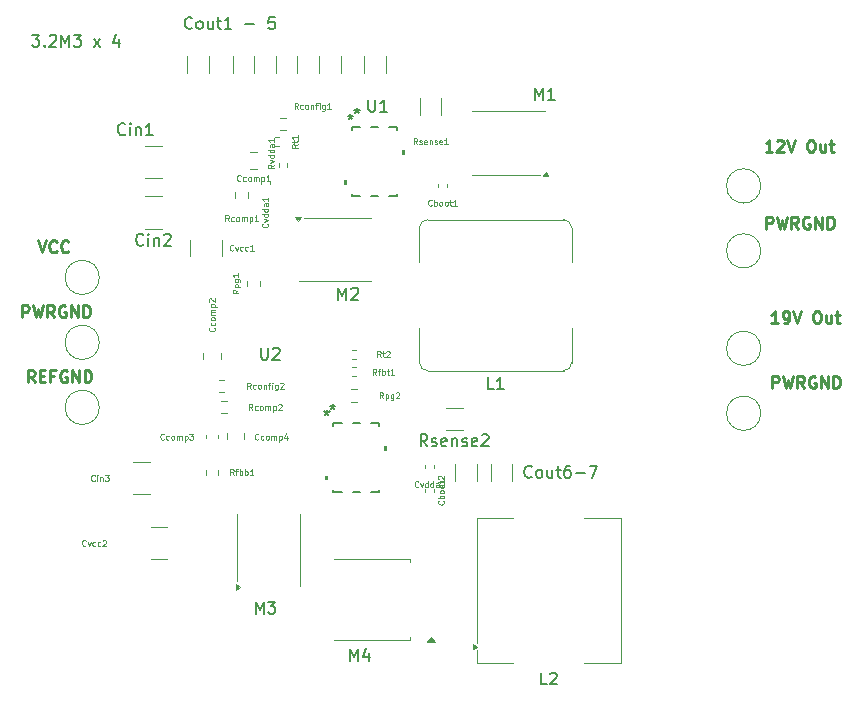
<source format=gbr>
%TF.GenerationSoftware,KiCad,Pcbnew,9.0.4-9.0.4-0~ubuntu24.04.1*%
%TF.CreationDate,2026-01-22T00:02:32-05:00*%
%TF.ProjectId,Mergung 1.18 TRACES,4d657267-756e-4672-9031-2e3138205452,rev?*%
%TF.SameCoordinates,Original*%
%TF.FileFunction,Legend,Top*%
%TF.FilePolarity,Positive*%
%FSLAX46Y46*%
G04 Gerber Fmt 4.6, Leading zero omitted, Abs format (unit mm)*
G04 Created by KiCad (PCBNEW 9.0.4-9.0.4-0~ubuntu24.04.1) date 2026-01-22 00:02:32*
%MOMM*%
%LPD*%
G01*
G04 APERTURE LIST*
%ADD10C,0.150000*%
%ADD11C,0.050000*%
%ADD12C,0.250000*%
%ADD13C,0.120000*%
%ADD14C,0.152400*%
%ADD15C,0.000000*%
G04 APERTURE END LIST*
D10*
X42761905Y-21454819D02*
X43380952Y-21454819D01*
X43380952Y-21454819D02*
X43047619Y-21835771D01*
X43047619Y-21835771D02*
X43190476Y-21835771D01*
X43190476Y-21835771D02*
X43285714Y-21883390D01*
X43285714Y-21883390D02*
X43333333Y-21931009D01*
X43333333Y-21931009D02*
X43380952Y-22026247D01*
X43380952Y-22026247D02*
X43380952Y-22264342D01*
X43380952Y-22264342D02*
X43333333Y-22359580D01*
X43333333Y-22359580D02*
X43285714Y-22407200D01*
X43285714Y-22407200D02*
X43190476Y-22454819D01*
X43190476Y-22454819D02*
X42904762Y-22454819D01*
X42904762Y-22454819D02*
X42809524Y-22407200D01*
X42809524Y-22407200D02*
X42761905Y-22359580D01*
X43809524Y-22359580D02*
X43857143Y-22407200D01*
X43857143Y-22407200D02*
X43809524Y-22454819D01*
X43809524Y-22454819D02*
X43761905Y-22407200D01*
X43761905Y-22407200D02*
X43809524Y-22359580D01*
X43809524Y-22359580D02*
X43809524Y-22454819D01*
X44238095Y-21550057D02*
X44285714Y-21502438D01*
X44285714Y-21502438D02*
X44380952Y-21454819D01*
X44380952Y-21454819D02*
X44619047Y-21454819D01*
X44619047Y-21454819D02*
X44714285Y-21502438D01*
X44714285Y-21502438D02*
X44761904Y-21550057D01*
X44761904Y-21550057D02*
X44809523Y-21645295D01*
X44809523Y-21645295D02*
X44809523Y-21740533D01*
X44809523Y-21740533D02*
X44761904Y-21883390D01*
X44761904Y-21883390D02*
X44190476Y-22454819D01*
X44190476Y-22454819D02*
X44809523Y-22454819D01*
X45238095Y-22454819D02*
X45238095Y-21454819D01*
X45238095Y-21454819D02*
X45571428Y-22169104D01*
X45571428Y-22169104D02*
X45904761Y-21454819D01*
X45904761Y-21454819D02*
X45904761Y-22454819D01*
X46285714Y-21454819D02*
X46904761Y-21454819D01*
X46904761Y-21454819D02*
X46571428Y-21835771D01*
X46571428Y-21835771D02*
X46714285Y-21835771D01*
X46714285Y-21835771D02*
X46809523Y-21883390D01*
X46809523Y-21883390D02*
X46857142Y-21931009D01*
X46857142Y-21931009D02*
X46904761Y-22026247D01*
X46904761Y-22026247D02*
X46904761Y-22264342D01*
X46904761Y-22264342D02*
X46857142Y-22359580D01*
X46857142Y-22359580D02*
X46809523Y-22407200D01*
X46809523Y-22407200D02*
X46714285Y-22454819D01*
X46714285Y-22454819D02*
X46428571Y-22454819D01*
X46428571Y-22454819D02*
X46333333Y-22407200D01*
X46333333Y-22407200D02*
X46285714Y-22359580D01*
X48000000Y-22454819D02*
X48523809Y-21788152D01*
X48000000Y-21788152D02*
X48523809Y-22454819D01*
X50095238Y-21788152D02*
X50095238Y-22454819D01*
X49857143Y-21407200D02*
X49619048Y-22121485D01*
X49619048Y-22121485D02*
X50238095Y-22121485D01*
D11*
X71904762Y-50228709D02*
X71738096Y-49990614D01*
X71619048Y-50228709D02*
X71619048Y-49728709D01*
X71619048Y-49728709D02*
X71809524Y-49728709D01*
X71809524Y-49728709D02*
X71857143Y-49752519D01*
X71857143Y-49752519D02*
X71880953Y-49776328D01*
X71880953Y-49776328D02*
X71904762Y-49823947D01*
X71904762Y-49823947D02*
X71904762Y-49895376D01*
X71904762Y-49895376D02*
X71880953Y-49942995D01*
X71880953Y-49942995D02*
X71857143Y-49966804D01*
X71857143Y-49966804D02*
X71809524Y-49990614D01*
X71809524Y-49990614D02*
X71619048Y-49990614D01*
X72047620Y-49895376D02*
X72238096Y-49895376D01*
X72119048Y-50228709D02*
X72119048Y-49800138D01*
X72119048Y-49800138D02*
X72142858Y-49752519D01*
X72142858Y-49752519D02*
X72190477Y-49728709D01*
X72190477Y-49728709D02*
X72238096Y-49728709D01*
X72404762Y-50228709D02*
X72404762Y-49728709D01*
X72404762Y-49919185D02*
X72452381Y-49895376D01*
X72452381Y-49895376D02*
X72547619Y-49895376D01*
X72547619Y-49895376D02*
X72595238Y-49919185D01*
X72595238Y-49919185D02*
X72619048Y-49942995D01*
X72619048Y-49942995D02*
X72642857Y-49990614D01*
X72642857Y-49990614D02*
X72642857Y-50133471D01*
X72642857Y-50133471D02*
X72619048Y-50181090D01*
X72619048Y-50181090D02*
X72595238Y-50204900D01*
X72595238Y-50204900D02*
X72547619Y-50228709D01*
X72547619Y-50228709D02*
X72452381Y-50228709D01*
X72452381Y-50228709D02*
X72404762Y-50204900D01*
X72785715Y-49895376D02*
X72976191Y-49895376D01*
X72857143Y-49728709D02*
X72857143Y-50157280D01*
X72857143Y-50157280D02*
X72880953Y-50204900D01*
X72880953Y-50204900D02*
X72928572Y-50228709D01*
X72928572Y-50228709D02*
X72976191Y-50228709D01*
X73404762Y-50228709D02*
X73119048Y-50228709D01*
X73261905Y-50228709D02*
X73261905Y-49728709D01*
X73261905Y-49728709D02*
X73214286Y-49800138D01*
X73214286Y-49800138D02*
X73166667Y-49847757D01*
X73166667Y-49847757D02*
X73119048Y-49871566D01*
X72464285Y-52228709D02*
X72297619Y-51990614D01*
X72178571Y-52228709D02*
X72178571Y-51728709D01*
X72178571Y-51728709D02*
X72369047Y-51728709D01*
X72369047Y-51728709D02*
X72416666Y-51752519D01*
X72416666Y-51752519D02*
X72440476Y-51776328D01*
X72440476Y-51776328D02*
X72464285Y-51823947D01*
X72464285Y-51823947D02*
X72464285Y-51895376D01*
X72464285Y-51895376D02*
X72440476Y-51942995D01*
X72440476Y-51942995D02*
X72416666Y-51966804D01*
X72416666Y-51966804D02*
X72369047Y-51990614D01*
X72369047Y-51990614D02*
X72178571Y-51990614D01*
X72678571Y-51895376D02*
X72678571Y-52395376D01*
X72678571Y-51919185D02*
X72726190Y-51895376D01*
X72726190Y-51895376D02*
X72821428Y-51895376D01*
X72821428Y-51895376D02*
X72869047Y-51919185D01*
X72869047Y-51919185D02*
X72892857Y-51942995D01*
X72892857Y-51942995D02*
X72916666Y-51990614D01*
X72916666Y-51990614D02*
X72916666Y-52133471D01*
X72916666Y-52133471D02*
X72892857Y-52181090D01*
X72892857Y-52181090D02*
X72869047Y-52204900D01*
X72869047Y-52204900D02*
X72821428Y-52228709D01*
X72821428Y-52228709D02*
X72726190Y-52228709D01*
X72726190Y-52228709D02*
X72678571Y-52204900D01*
X73345238Y-51895376D02*
X73345238Y-52300138D01*
X73345238Y-52300138D02*
X73321428Y-52347757D01*
X73321428Y-52347757D02*
X73297619Y-52371566D01*
X73297619Y-52371566D02*
X73250000Y-52395376D01*
X73250000Y-52395376D02*
X73178571Y-52395376D01*
X73178571Y-52395376D02*
X73130952Y-52371566D01*
X73345238Y-52204900D02*
X73297619Y-52228709D01*
X73297619Y-52228709D02*
X73202381Y-52228709D01*
X73202381Y-52228709D02*
X73154762Y-52204900D01*
X73154762Y-52204900D02*
X73130952Y-52181090D01*
X73130952Y-52181090D02*
X73107143Y-52133471D01*
X73107143Y-52133471D02*
X73107143Y-51990614D01*
X73107143Y-51990614D02*
X73130952Y-51942995D01*
X73130952Y-51942995D02*
X73154762Y-51919185D01*
X73154762Y-51919185D02*
X73202381Y-51895376D01*
X73202381Y-51895376D02*
X73297619Y-51895376D01*
X73297619Y-51895376D02*
X73345238Y-51919185D01*
X73559524Y-51776328D02*
X73583333Y-51752519D01*
X73583333Y-51752519D02*
X73630952Y-51728709D01*
X73630952Y-51728709D02*
X73750000Y-51728709D01*
X73750000Y-51728709D02*
X73797619Y-51752519D01*
X73797619Y-51752519D02*
X73821428Y-51776328D01*
X73821428Y-51776328D02*
X73845238Y-51823947D01*
X73845238Y-51823947D02*
X73845238Y-51871566D01*
X73845238Y-51871566D02*
X73821428Y-51942995D01*
X73821428Y-51942995D02*
X73535714Y-52228709D01*
X73535714Y-52228709D02*
X73845238Y-52228709D01*
X75451219Y-59701090D02*
X75427410Y-59724900D01*
X75427410Y-59724900D02*
X75355981Y-59748709D01*
X75355981Y-59748709D02*
X75308362Y-59748709D01*
X75308362Y-59748709D02*
X75236934Y-59724900D01*
X75236934Y-59724900D02*
X75189315Y-59677280D01*
X75189315Y-59677280D02*
X75165505Y-59629661D01*
X75165505Y-59629661D02*
X75141696Y-59534423D01*
X75141696Y-59534423D02*
X75141696Y-59462995D01*
X75141696Y-59462995D02*
X75165505Y-59367757D01*
X75165505Y-59367757D02*
X75189315Y-59320138D01*
X75189315Y-59320138D02*
X75236934Y-59272519D01*
X75236934Y-59272519D02*
X75308362Y-59248709D01*
X75308362Y-59248709D02*
X75355981Y-59248709D01*
X75355981Y-59248709D02*
X75427410Y-59272519D01*
X75427410Y-59272519D02*
X75451219Y-59296328D01*
X75617886Y-59415376D02*
X75736934Y-59748709D01*
X75736934Y-59748709D02*
X75855981Y-59415376D01*
X76260743Y-59748709D02*
X76260743Y-59248709D01*
X76260743Y-59724900D02*
X76213124Y-59748709D01*
X76213124Y-59748709D02*
X76117886Y-59748709D01*
X76117886Y-59748709D02*
X76070267Y-59724900D01*
X76070267Y-59724900D02*
X76046457Y-59701090D01*
X76046457Y-59701090D02*
X76022648Y-59653471D01*
X76022648Y-59653471D02*
X76022648Y-59510614D01*
X76022648Y-59510614D02*
X76046457Y-59462995D01*
X76046457Y-59462995D02*
X76070267Y-59439185D01*
X76070267Y-59439185D02*
X76117886Y-59415376D01*
X76117886Y-59415376D02*
X76213124Y-59415376D01*
X76213124Y-59415376D02*
X76260743Y-59439185D01*
X76713124Y-59748709D02*
X76713124Y-59248709D01*
X76713124Y-59724900D02*
X76665505Y-59748709D01*
X76665505Y-59748709D02*
X76570267Y-59748709D01*
X76570267Y-59748709D02*
X76522648Y-59724900D01*
X76522648Y-59724900D02*
X76498838Y-59701090D01*
X76498838Y-59701090D02*
X76475029Y-59653471D01*
X76475029Y-59653471D02*
X76475029Y-59510614D01*
X76475029Y-59510614D02*
X76498838Y-59462995D01*
X76498838Y-59462995D02*
X76522648Y-59439185D01*
X76522648Y-59439185D02*
X76570267Y-59415376D01*
X76570267Y-59415376D02*
X76665505Y-59415376D01*
X76665505Y-59415376D02*
X76713124Y-59439185D01*
X77165505Y-59748709D02*
X77165505Y-59486804D01*
X77165505Y-59486804D02*
X77141695Y-59439185D01*
X77141695Y-59439185D02*
X77094076Y-59415376D01*
X77094076Y-59415376D02*
X76998838Y-59415376D01*
X76998838Y-59415376D02*
X76951219Y-59439185D01*
X77165505Y-59724900D02*
X77117886Y-59748709D01*
X77117886Y-59748709D02*
X76998838Y-59748709D01*
X76998838Y-59748709D02*
X76951219Y-59724900D01*
X76951219Y-59724900D02*
X76927410Y-59677280D01*
X76927410Y-59677280D02*
X76927410Y-59629661D01*
X76927410Y-59629661D02*
X76951219Y-59582042D01*
X76951219Y-59582042D02*
X76998838Y-59558233D01*
X76998838Y-59558233D02*
X77117886Y-59558233D01*
X77117886Y-59558233D02*
X77165505Y-59534423D01*
X77379791Y-59296328D02*
X77403600Y-59272519D01*
X77403600Y-59272519D02*
X77451219Y-59248709D01*
X77451219Y-59248709D02*
X77570267Y-59248709D01*
X77570267Y-59248709D02*
X77617886Y-59272519D01*
X77617886Y-59272519D02*
X77641695Y-59296328D01*
X77641695Y-59296328D02*
X77665505Y-59343947D01*
X77665505Y-59343947D02*
X77665505Y-59391566D01*
X77665505Y-59391566D02*
X77641695Y-59462995D01*
X77641695Y-59462995D02*
X77355981Y-59748709D01*
X77355981Y-59748709D02*
X77665505Y-59748709D01*
X77584690Y-60924761D02*
X77608500Y-60948570D01*
X77608500Y-60948570D02*
X77632309Y-61019999D01*
X77632309Y-61019999D02*
X77632309Y-61067618D01*
X77632309Y-61067618D02*
X77608500Y-61139046D01*
X77608500Y-61139046D02*
X77560880Y-61186665D01*
X77560880Y-61186665D02*
X77513261Y-61210475D01*
X77513261Y-61210475D02*
X77418023Y-61234284D01*
X77418023Y-61234284D02*
X77346595Y-61234284D01*
X77346595Y-61234284D02*
X77251357Y-61210475D01*
X77251357Y-61210475D02*
X77203738Y-61186665D01*
X77203738Y-61186665D02*
X77156119Y-61139046D01*
X77156119Y-61139046D02*
X77132309Y-61067618D01*
X77132309Y-61067618D02*
X77132309Y-61019999D01*
X77132309Y-61019999D02*
X77156119Y-60948570D01*
X77156119Y-60948570D02*
X77179928Y-60924761D01*
X77632309Y-60710475D02*
X77132309Y-60710475D01*
X77322785Y-60710475D02*
X77298976Y-60662856D01*
X77298976Y-60662856D02*
X77298976Y-60567618D01*
X77298976Y-60567618D02*
X77322785Y-60519999D01*
X77322785Y-60519999D02*
X77346595Y-60496189D01*
X77346595Y-60496189D02*
X77394214Y-60472380D01*
X77394214Y-60472380D02*
X77537071Y-60472380D01*
X77537071Y-60472380D02*
X77584690Y-60496189D01*
X77584690Y-60496189D02*
X77608500Y-60519999D01*
X77608500Y-60519999D02*
X77632309Y-60567618D01*
X77632309Y-60567618D02*
X77632309Y-60662856D01*
X77632309Y-60662856D02*
X77608500Y-60710475D01*
X77632309Y-60186665D02*
X77608500Y-60234284D01*
X77608500Y-60234284D02*
X77584690Y-60258094D01*
X77584690Y-60258094D02*
X77537071Y-60281903D01*
X77537071Y-60281903D02*
X77394214Y-60281903D01*
X77394214Y-60281903D02*
X77346595Y-60258094D01*
X77346595Y-60258094D02*
X77322785Y-60234284D01*
X77322785Y-60234284D02*
X77298976Y-60186665D01*
X77298976Y-60186665D02*
X77298976Y-60115237D01*
X77298976Y-60115237D02*
X77322785Y-60067618D01*
X77322785Y-60067618D02*
X77346595Y-60043808D01*
X77346595Y-60043808D02*
X77394214Y-60019999D01*
X77394214Y-60019999D02*
X77537071Y-60019999D01*
X77537071Y-60019999D02*
X77584690Y-60043808D01*
X77584690Y-60043808D02*
X77608500Y-60067618D01*
X77608500Y-60067618D02*
X77632309Y-60115237D01*
X77632309Y-60115237D02*
X77632309Y-60186665D01*
X77632309Y-59734284D02*
X77608500Y-59781903D01*
X77608500Y-59781903D02*
X77584690Y-59805713D01*
X77584690Y-59805713D02*
X77537071Y-59829522D01*
X77537071Y-59829522D02*
X77394214Y-59829522D01*
X77394214Y-59829522D02*
X77346595Y-59805713D01*
X77346595Y-59805713D02*
X77322785Y-59781903D01*
X77322785Y-59781903D02*
X77298976Y-59734284D01*
X77298976Y-59734284D02*
X77298976Y-59662856D01*
X77298976Y-59662856D02*
X77322785Y-59615237D01*
X77322785Y-59615237D02*
X77346595Y-59591427D01*
X77346595Y-59591427D02*
X77394214Y-59567618D01*
X77394214Y-59567618D02*
X77537071Y-59567618D01*
X77537071Y-59567618D02*
X77584690Y-59591427D01*
X77584690Y-59591427D02*
X77608500Y-59615237D01*
X77608500Y-59615237D02*
X77632309Y-59662856D01*
X77632309Y-59662856D02*
X77632309Y-59734284D01*
X77298976Y-59424760D02*
X77298976Y-59234284D01*
X77132309Y-59353332D02*
X77560880Y-59353332D01*
X77560880Y-59353332D02*
X77608500Y-59329522D01*
X77608500Y-59329522D02*
X77632309Y-59281903D01*
X77632309Y-59281903D02*
X77632309Y-59234284D01*
X77179928Y-59091427D02*
X77156119Y-59067618D01*
X77156119Y-59067618D02*
X77132309Y-59019999D01*
X77132309Y-59019999D02*
X77132309Y-58900951D01*
X77132309Y-58900951D02*
X77156119Y-58853332D01*
X77156119Y-58853332D02*
X77179928Y-58829523D01*
X77179928Y-58829523D02*
X77227547Y-58805713D01*
X77227547Y-58805713D02*
X77275166Y-58805713D01*
X77275166Y-58805713D02*
X77346595Y-58829523D01*
X77346595Y-58829523D02*
X77632309Y-59115237D01*
X77632309Y-59115237D02*
X77632309Y-58805713D01*
X72273809Y-48728709D02*
X72107143Y-48490614D01*
X71988095Y-48728709D02*
X71988095Y-48228709D01*
X71988095Y-48228709D02*
X72178571Y-48228709D01*
X72178571Y-48228709D02*
X72226190Y-48252519D01*
X72226190Y-48252519D02*
X72250000Y-48276328D01*
X72250000Y-48276328D02*
X72273809Y-48323947D01*
X72273809Y-48323947D02*
X72273809Y-48395376D01*
X72273809Y-48395376D02*
X72250000Y-48442995D01*
X72250000Y-48442995D02*
X72226190Y-48466804D01*
X72226190Y-48466804D02*
X72178571Y-48490614D01*
X72178571Y-48490614D02*
X71988095Y-48490614D01*
X72416667Y-48395376D02*
X72607143Y-48395376D01*
X72488095Y-48228709D02*
X72488095Y-48657280D01*
X72488095Y-48657280D02*
X72511905Y-48704900D01*
X72511905Y-48704900D02*
X72559524Y-48728709D01*
X72559524Y-48728709D02*
X72607143Y-48728709D01*
X72750000Y-48276328D02*
X72773809Y-48252519D01*
X72773809Y-48252519D02*
X72821428Y-48228709D01*
X72821428Y-48228709D02*
X72940476Y-48228709D01*
X72940476Y-48228709D02*
X72988095Y-48252519D01*
X72988095Y-48252519D02*
X73011904Y-48276328D01*
X73011904Y-48276328D02*
X73035714Y-48323947D01*
X73035714Y-48323947D02*
X73035714Y-48371566D01*
X73035714Y-48371566D02*
X73011904Y-48442995D01*
X73011904Y-48442995D02*
X72726190Y-48728709D01*
X72726190Y-48728709D02*
X73035714Y-48728709D01*
X61916666Y-55681090D02*
X61892857Y-55704900D01*
X61892857Y-55704900D02*
X61821428Y-55728709D01*
X61821428Y-55728709D02*
X61773809Y-55728709D01*
X61773809Y-55728709D02*
X61702381Y-55704900D01*
X61702381Y-55704900D02*
X61654762Y-55657280D01*
X61654762Y-55657280D02*
X61630952Y-55609661D01*
X61630952Y-55609661D02*
X61607143Y-55514423D01*
X61607143Y-55514423D02*
X61607143Y-55442995D01*
X61607143Y-55442995D02*
X61630952Y-55347757D01*
X61630952Y-55347757D02*
X61654762Y-55300138D01*
X61654762Y-55300138D02*
X61702381Y-55252519D01*
X61702381Y-55252519D02*
X61773809Y-55228709D01*
X61773809Y-55228709D02*
X61821428Y-55228709D01*
X61821428Y-55228709D02*
X61892857Y-55252519D01*
X61892857Y-55252519D02*
X61916666Y-55276328D01*
X62345238Y-55704900D02*
X62297619Y-55728709D01*
X62297619Y-55728709D02*
X62202381Y-55728709D01*
X62202381Y-55728709D02*
X62154762Y-55704900D01*
X62154762Y-55704900D02*
X62130952Y-55681090D01*
X62130952Y-55681090D02*
X62107143Y-55633471D01*
X62107143Y-55633471D02*
X62107143Y-55490614D01*
X62107143Y-55490614D02*
X62130952Y-55442995D01*
X62130952Y-55442995D02*
X62154762Y-55419185D01*
X62154762Y-55419185D02*
X62202381Y-55395376D01*
X62202381Y-55395376D02*
X62297619Y-55395376D01*
X62297619Y-55395376D02*
X62345238Y-55419185D01*
X62630952Y-55728709D02*
X62583333Y-55704900D01*
X62583333Y-55704900D02*
X62559523Y-55681090D01*
X62559523Y-55681090D02*
X62535714Y-55633471D01*
X62535714Y-55633471D02*
X62535714Y-55490614D01*
X62535714Y-55490614D02*
X62559523Y-55442995D01*
X62559523Y-55442995D02*
X62583333Y-55419185D01*
X62583333Y-55419185D02*
X62630952Y-55395376D01*
X62630952Y-55395376D02*
X62702380Y-55395376D01*
X62702380Y-55395376D02*
X62749999Y-55419185D01*
X62749999Y-55419185D02*
X62773809Y-55442995D01*
X62773809Y-55442995D02*
X62797618Y-55490614D01*
X62797618Y-55490614D02*
X62797618Y-55633471D01*
X62797618Y-55633471D02*
X62773809Y-55681090D01*
X62773809Y-55681090D02*
X62749999Y-55704900D01*
X62749999Y-55704900D02*
X62702380Y-55728709D01*
X62702380Y-55728709D02*
X62630952Y-55728709D01*
X63011904Y-55728709D02*
X63011904Y-55395376D01*
X63011904Y-55442995D02*
X63035714Y-55419185D01*
X63035714Y-55419185D02*
X63083333Y-55395376D01*
X63083333Y-55395376D02*
X63154761Y-55395376D01*
X63154761Y-55395376D02*
X63202380Y-55419185D01*
X63202380Y-55419185D02*
X63226190Y-55466804D01*
X63226190Y-55466804D02*
X63226190Y-55728709D01*
X63226190Y-55466804D02*
X63249999Y-55419185D01*
X63249999Y-55419185D02*
X63297618Y-55395376D01*
X63297618Y-55395376D02*
X63369047Y-55395376D01*
X63369047Y-55395376D02*
X63416666Y-55419185D01*
X63416666Y-55419185D02*
X63440476Y-55466804D01*
X63440476Y-55466804D02*
X63440476Y-55728709D01*
X63678571Y-55395376D02*
X63678571Y-55895376D01*
X63678571Y-55419185D02*
X63726190Y-55395376D01*
X63726190Y-55395376D02*
X63821428Y-55395376D01*
X63821428Y-55395376D02*
X63869047Y-55419185D01*
X63869047Y-55419185D02*
X63892857Y-55442995D01*
X63892857Y-55442995D02*
X63916666Y-55490614D01*
X63916666Y-55490614D02*
X63916666Y-55633471D01*
X63916666Y-55633471D02*
X63892857Y-55681090D01*
X63892857Y-55681090D02*
X63869047Y-55704900D01*
X63869047Y-55704900D02*
X63821428Y-55728709D01*
X63821428Y-55728709D02*
X63726190Y-55728709D01*
X63726190Y-55728709D02*
X63678571Y-55704900D01*
X64345238Y-55395376D02*
X64345238Y-55728709D01*
X64226190Y-55204900D02*
X64107143Y-55562042D01*
X64107143Y-55562042D02*
X64416666Y-55562042D01*
X48071428Y-59181090D02*
X48047619Y-59204900D01*
X48047619Y-59204900D02*
X47976190Y-59228709D01*
X47976190Y-59228709D02*
X47928571Y-59228709D01*
X47928571Y-59228709D02*
X47857143Y-59204900D01*
X47857143Y-59204900D02*
X47809524Y-59157280D01*
X47809524Y-59157280D02*
X47785714Y-59109661D01*
X47785714Y-59109661D02*
X47761905Y-59014423D01*
X47761905Y-59014423D02*
X47761905Y-58942995D01*
X47761905Y-58942995D02*
X47785714Y-58847757D01*
X47785714Y-58847757D02*
X47809524Y-58800138D01*
X47809524Y-58800138D02*
X47857143Y-58752519D01*
X47857143Y-58752519D02*
X47928571Y-58728709D01*
X47928571Y-58728709D02*
X47976190Y-58728709D01*
X47976190Y-58728709D02*
X48047619Y-58752519D01*
X48047619Y-58752519D02*
X48071428Y-58776328D01*
X48285714Y-59228709D02*
X48285714Y-58895376D01*
X48285714Y-58728709D02*
X48261905Y-58752519D01*
X48261905Y-58752519D02*
X48285714Y-58776328D01*
X48285714Y-58776328D02*
X48309524Y-58752519D01*
X48309524Y-58752519D02*
X48285714Y-58728709D01*
X48285714Y-58728709D02*
X48285714Y-58776328D01*
X48523809Y-58895376D02*
X48523809Y-59228709D01*
X48523809Y-58942995D02*
X48547619Y-58919185D01*
X48547619Y-58919185D02*
X48595238Y-58895376D01*
X48595238Y-58895376D02*
X48666666Y-58895376D01*
X48666666Y-58895376D02*
X48714285Y-58919185D01*
X48714285Y-58919185D02*
X48738095Y-58966804D01*
X48738095Y-58966804D02*
X48738095Y-59228709D01*
X48928571Y-58728709D02*
X49238095Y-58728709D01*
X49238095Y-58728709D02*
X49071428Y-58919185D01*
X49071428Y-58919185D02*
X49142857Y-58919185D01*
X49142857Y-58919185D02*
X49190476Y-58942995D01*
X49190476Y-58942995D02*
X49214285Y-58966804D01*
X49214285Y-58966804D02*
X49238095Y-59014423D01*
X49238095Y-59014423D02*
X49238095Y-59133471D01*
X49238095Y-59133471D02*
X49214285Y-59181090D01*
X49214285Y-59181090D02*
X49190476Y-59204900D01*
X49190476Y-59204900D02*
X49142857Y-59228709D01*
X49142857Y-59228709D02*
X49000000Y-59228709D01*
X49000000Y-59228709D02*
X48952381Y-59204900D01*
X48952381Y-59204900D02*
X48928571Y-59181090D01*
X59821428Y-58728709D02*
X59654762Y-58490614D01*
X59535714Y-58728709D02*
X59535714Y-58228709D01*
X59535714Y-58228709D02*
X59726190Y-58228709D01*
X59726190Y-58228709D02*
X59773809Y-58252519D01*
X59773809Y-58252519D02*
X59797619Y-58276328D01*
X59797619Y-58276328D02*
X59821428Y-58323947D01*
X59821428Y-58323947D02*
X59821428Y-58395376D01*
X59821428Y-58395376D02*
X59797619Y-58442995D01*
X59797619Y-58442995D02*
X59773809Y-58466804D01*
X59773809Y-58466804D02*
X59726190Y-58490614D01*
X59726190Y-58490614D02*
X59535714Y-58490614D01*
X59964286Y-58395376D02*
X60154762Y-58395376D01*
X60035714Y-58728709D02*
X60035714Y-58300138D01*
X60035714Y-58300138D02*
X60059524Y-58252519D01*
X60059524Y-58252519D02*
X60107143Y-58228709D01*
X60107143Y-58228709D02*
X60154762Y-58228709D01*
X60321428Y-58728709D02*
X60321428Y-58228709D01*
X60321428Y-58419185D02*
X60369047Y-58395376D01*
X60369047Y-58395376D02*
X60464285Y-58395376D01*
X60464285Y-58395376D02*
X60511904Y-58419185D01*
X60511904Y-58419185D02*
X60535714Y-58442995D01*
X60535714Y-58442995D02*
X60559523Y-58490614D01*
X60559523Y-58490614D02*
X60559523Y-58633471D01*
X60559523Y-58633471D02*
X60535714Y-58681090D01*
X60535714Y-58681090D02*
X60511904Y-58704900D01*
X60511904Y-58704900D02*
X60464285Y-58728709D01*
X60464285Y-58728709D02*
X60369047Y-58728709D01*
X60369047Y-58728709D02*
X60321428Y-58704900D01*
X60773809Y-58728709D02*
X60773809Y-58228709D01*
X60773809Y-58419185D02*
X60821428Y-58395376D01*
X60821428Y-58395376D02*
X60916666Y-58395376D01*
X60916666Y-58395376D02*
X60964285Y-58419185D01*
X60964285Y-58419185D02*
X60988095Y-58442995D01*
X60988095Y-58442995D02*
X61011904Y-58490614D01*
X61011904Y-58490614D02*
X61011904Y-58633471D01*
X61011904Y-58633471D02*
X60988095Y-58681090D01*
X60988095Y-58681090D02*
X60964285Y-58704900D01*
X60964285Y-58704900D02*
X60916666Y-58728709D01*
X60916666Y-58728709D02*
X60821428Y-58728709D01*
X60821428Y-58728709D02*
X60773809Y-58704900D01*
X61488095Y-58728709D02*
X61202381Y-58728709D01*
X61345238Y-58728709D02*
X61345238Y-58228709D01*
X61345238Y-58228709D02*
X61297619Y-58300138D01*
X61297619Y-58300138D02*
X61250000Y-58347757D01*
X61250000Y-58347757D02*
X61202381Y-58371566D01*
D12*
X105426377Y-31364619D02*
X104854949Y-31364619D01*
X105140663Y-31364619D02*
X105140663Y-30364619D01*
X105140663Y-30364619D02*
X105045425Y-30507476D01*
X105045425Y-30507476D02*
X104950187Y-30602714D01*
X104950187Y-30602714D02*
X104854949Y-30650333D01*
X105807330Y-30459857D02*
X105854949Y-30412238D01*
X105854949Y-30412238D02*
X105950187Y-30364619D01*
X105950187Y-30364619D02*
X106188282Y-30364619D01*
X106188282Y-30364619D02*
X106283520Y-30412238D01*
X106283520Y-30412238D02*
X106331139Y-30459857D01*
X106331139Y-30459857D02*
X106378758Y-30555095D01*
X106378758Y-30555095D02*
X106378758Y-30650333D01*
X106378758Y-30650333D02*
X106331139Y-30793190D01*
X106331139Y-30793190D02*
X105759711Y-31364619D01*
X105759711Y-31364619D02*
X106378758Y-31364619D01*
X106664473Y-30364619D02*
X106997806Y-31364619D01*
X106997806Y-31364619D02*
X107331139Y-30364619D01*
X108616854Y-30364619D02*
X108807330Y-30364619D01*
X108807330Y-30364619D02*
X108902568Y-30412238D01*
X108902568Y-30412238D02*
X108997806Y-30507476D01*
X108997806Y-30507476D02*
X109045425Y-30697952D01*
X109045425Y-30697952D02*
X109045425Y-31031285D01*
X109045425Y-31031285D02*
X108997806Y-31221761D01*
X108997806Y-31221761D02*
X108902568Y-31317000D01*
X108902568Y-31317000D02*
X108807330Y-31364619D01*
X108807330Y-31364619D02*
X108616854Y-31364619D01*
X108616854Y-31364619D02*
X108521616Y-31317000D01*
X108521616Y-31317000D02*
X108426378Y-31221761D01*
X108426378Y-31221761D02*
X108378759Y-31031285D01*
X108378759Y-31031285D02*
X108378759Y-30697952D01*
X108378759Y-30697952D02*
X108426378Y-30507476D01*
X108426378Y-30507476D02*
X108521616Y-30412238D01*
X108521616Y-30412238D02*
X108616854Y-30364619D01*
X109902568Y-30697952D02*
X109902568Y-31364619D01*
X109473997Y-30697952D02*
X109473997Y-31221761D01*
X109473997Y-31221761D02*
X109521616Y-31317000D01*
X109521616Y-31317000D02*
X109616854Y-31364619D01*
X109616854Y-31364619D02*
X109759711Y-31364619D01*
X109759711Y-31364619D02*
X109854949Y-31317000D01*
X109854949Y-31317000D02*
X109902568Y-31269380D01*
X110235902Y-30697952D02*
X110616854Y-30697952D01*
X110378759Y-30364619D02*
X110378759Y-31221761D01*
X110378759Y-31221761D02*
X110426378Y-31317000D01*
X110426378Y-31317000D02*
X110521616Y-31364619D01*
X110521616Y-31364619D02*
X110616854Y-31364619D01*
X104902568Y-37864619D02*
X104902568Y-36864619D01*
X104902568Y-36864619D02*
X105283520Y-36864619D01*
X105283520Y-36864619D02*
X105378758Y-36912238D01*
X105378758Y-36912238D02*
X105426377Y-36959857D01*
X105426377Y-36959857D02*
X105473996Y-37055095D01*
X105473996Y-37055095D02*
X105473996Y-37197952D01*
X105473996Y-37197952D02*
X105426377Y-37293190D01*
X105426377Y-37293190D02*
X105378758Y-37340809D01*
X105378758Y-37340809D02*
X105283520Y-37388428D01*
X105283520Y-37388428D02*
X104902568Y-37388428D01*
X105807330Y-36864619D02*
X106045425Y-37864619D01*
X106045425Y-37864619D02*
X106235901Y-37150333D01*
X106235901Y-37150333D02*
X106426377Y-37864619D01*
X106426377Y-37864619D02*
X106664473Y-36864619D01*
X107616853Y-37864619D02*
X107283520Y-37388428D01*
X107045425Y-37864619D02*
X107045425Y-36864619D01*
X107045425Y-36864619D02*
X107426377Y-36864619D01*
X107426377Y-36864619D02*
X107521615Y-36912238D01*
X107521615Y-36912238D02*
X107569234Y-36959857D01*
X107569234Y-36959857D02*
X107616853Y-37055095D01*
X107616853Y-37055095D02*
X107616853Y-37197952D01*
X107616853Y-37197952D02*
X107569234Y-37293190D01*
X107569234Y-37293190D02*
X107521615Y-37340809D01*
X107521615Y-37340809D02*
X107426377Y-37388428D01*
X107426377Y-37388428D02*
X107045425Y-37388428D01*
X108569234Y-36912238D02*
X108473996Y-36864619D01*
X108473996Y-36864619D02*
X108331139Y-36864619D01*
X108331139Y-36864619D02*
X108188282Y-36912238D01*
X108188282Y-36912238D02*
X108093044Y-37007476D01*
X108093044Y-37007476D02*
X108045425Y-37102714D01*
X108045425Y-37102714D02*
X107997806Y-37293190D01*
X107997806Y-37293190D02*
X107997806Y-37436047D01*
X107997806Y-37436047D02*
X108045425Y-37626523D01*
X108045425Y-37626523D02*
X108093044Y-37721761D01*
X108093044Y-37721761D02*
X108188282Y-37817000D01*
X108188282Y-37817000D02*
X108331139Y-37864619D01*
X108331139Y-37864619D02*
X108426377Y-37864619D01*
X108426377Y-37864619D02*
X108569234Y-37817000D01*
X108569234Y-37817000D02*
X108616853Y-37769380D01*
X108616853Y-37769380D02*
X108616853Y-37436047D01*
X108616853Y-37436047D02*
X108426377Y-37436047D01*
X109045425Y-37864619D02*
X109045425Y-36864619D01*
X109045425Y-36864619D02*
X109616853Y-37864619D01*
X109616853Y-37864619D02*
X109616853Y-36864619D01*
X110093044Y-37864619D02*
X110093044Y-36864619D01*
X110093044Y-36864619D02*
X110331139Y-36864619D01*
X110331139Y-36864619D02*
X110473996Y-36912238D01*
X110473996Y-36912238D02*
X110569234Y-37007476D01*
X110569234Y-37007476D02*
X110616853Y-37102714D01*
X110616853Y-37102714D02*
X110664472Y-37293190D01*
X110664472Y-37293190D02*
X110664472Y-37436047D01*
X110664472Y-37436047D02*
X110616853Y-37626523D01*
X110616853Y-37626523D02*
X110569234Y-37721761D01*
X110569234Y-37721761D02*
X110473996Y-37817000D01*
X110473996Y-37817000D02*
X110331139Y-37864619D01*
X110331139Y-37864619D02*
X110093044Y-37864619D01*
D11*
X61261905Y-51403709D02*
X61095239Y-51165614D01*
X60976191Y-51403709D02*
X60976191Y-50903709D01*
X60976191Y-50903709D02*
X61166667Y-50903709D01*
X61166667Y-50903709D02*
X61214286Y-50927519D01*
X61214286Y-50927519D02*
X61238096Y-50951328D01*
X61238096Y-50951328D02*
X61261905Y-50998947D01*
X61261905Y-50998947D02*
X61261905Y-51070376D01*
X61261905Y-51070376D02*
X61238096Y-51117995D01*
X61238096Y-51117995D02*
X61214286Y-51141804D01*
X61214286Y-51141804D02*
X61166667Y-51165614D01*
X61166667Y-51165614D02*
X60976191Y-51165614D01*
X61690477Y-51379900D02*
X61642858Y-51403709D01*
X61642858Y-51403709D02*
X61547620Y-51403709D01*
X61547620Y-51403709D02*
X61500001Y-51379900D01*
X61500001Y-51379900D02*
X61476191Y-51356090D01*
X61476191Y-51356090D02*
X61452382Y-51308471D01*
X61452382Y-51308471D02*
X61452382Y-51165614D01*
X61452382Y-51165614D02*
X61476191Y-51117995D01*
X61476191Y-51117995D02*
X61500001Y-51094185D01*
X61500001Y-51094185D02*
X61547620Y-51070376D01*
X61547620Y-51070376D02*
X61642858Y-51070376D01*
X61642858Y-51070376D02*
X61690477Y-51094185D01*
X61976191Y-51403709D02*
X61928572Y-51379900D01*
X61928572Y-51379900D02*
X61904762Y-51356090D01*
X61904762Y-51356090D02*
X61880953Y-51308471D01*
X61880953Y-51308471D02*
X61880953Y-51165614D01*
X61880953Y-51165614D02*
X61904762Y-51117995D01*
X61904762Y-51117995D02*
X61928572Y-51094185D01*
X61928572Y-51094185D02*
X61976191Y-51070376D01*
X61976191Y-51070376D02*
X62047619Y-51070376D01*
X62047619Y-51070376D02*
X62095238Y-51094185D01*
X62095238Y-51094185D02*
X62119048Y-51117995D01*
X62119048Y-51117995D02*
X62142857Y-51165614D01*
X62142857Y-51165614D02*
X62142857Y-51308471D01*
X62142857Y-51308471D02*
X62119048Y-51356090D01*
X62119048Y-51356090D02*
X62095238Y-51379900D01*
X62095238Y-51379900D02*
X62047619Y-51403709D01*
X62047619Y-51403709D02*
X61976191Y-51403709D01*
X62357143Y-51070376D02*
X62357143Y-51403709D01*
X62357143Y-51117995D02*
X62380953Y-51094185D01*
X62380953Y-51094185D02*
X62428572Y-51070376D01*
X62428572Y-51070376D02*
X62500000Y-51070376D01*
X62500000Y-51070376D02*
X62547619Y-51094185D01*
X62547619Y-51094185D02*
X62571429Y-51141804D01*
X62571429Y-51141804D02*
X62571429Y-51403709D01*
X62738096Y-51070376D02*
X62928572Y-51070376D01*
X62809524Y-51403709D02*
X62809524Y-50975138D01*
X62809524Y-50975138D02*
X62833334Y-50927519D01*
X62833334Y-50927519D02*
X62880953Y-50903709D01*
X62880953Y-50903709D02*
X62928572Y-50903709D01*
X63095238Y-51403709D02*
X63095238Y-51070376D01*
X63095238Y-50903709D02*
X63071429Y-50927519D01*
X63071429Y-50927519D02*
X63095238Y-50951328D01*
X63095238Y-50951328D02*
X63119048Y-50927519D01*
X63119048Y-50927519D02*
X63095238Y-50903709D01*
X63095238Y-50903709D02*
X63095238Y-50951328D01*
X63547619Y-51070376D02*
X63547619Y-51475138D01*
X63547619Y-51475138D02*
X63523809Y-51522757D01*
X63523809Y-51522757D02*
X63500000Y-51546566D01*
X63500000Y-51546566D02*
X63452381Y-51570376D01*
X63452381Y-51570376D02*
X63380952Y-51570376D01*
X63380952Y-51570376D02*
X63333333Y-51546566D01*
X63547619Y-51379900D02*
X63500000Y-51403709D01*
X63500000Y-51403709D02*
X63404762Y-51403709D01*
X63404762Y-51403709D02*
X63357143Y-51379900D01*
X63357143Y-51379900D02*
X63333333Y-51356090D01*
X63333333Y-51356090D02*
X63309524Y-51308471D01*
X63309524Y-51308471D02*
X63309524Y-51165614D01*
X63309524Y-51165614D02*
X63333333Y-51117995D01*
X63333333Y-51117995D02*
X63357143Y-51094185D01*
X63357143Y-51094185D02*
X63404762Y-51070376D01*
X63404762Y-51070376D02*
X63500000Y-51070376D01*
X63500000Y-51070376D02*
X63547619Y-51094185D01*
X63761905Y-50951328D02*
X63785714Y-50927519D01*
X63785714Y-50927519D02*
X63833333Y-50903709D01*
X63833333Y-50903709D02*
X63952381Y-50903709D01*
X63952381Y-50903709D02*
X64000000Y-50927519D01*
X64000000Y-50927519D02*
X64023809Y-50951328D01*
X64023809Y-50951328D02*
X64047619Y-50998947D01*
X64047619Y-50998947D02*
X64047619Y-51046566D01*
X64047619Y-51046566D02*
X64023809Y-51117995D01*
X64023809Y-51117995D02*
X63738095Y-51403709D01*
X63738095Y-51403709D02*
X64047619Y-51403709D01*
X60228709Y-43035714D02*
X59990614Y-43202380D01*
X60228709Y-43321428D02*
X59728709Y-43321428D01*
X59728709Y-43321428D02*
X59728709Y-43130952D01*
X59728709Y-43130952D02*
X59752519Y-43083333D01*
X59752519Y-43083333D02*
X59776328Y-43059523D01*
X59776328Y-43059523D02*
X59823947Y-43035714D01*
X59823947Y-43035714D02*
X59895376Y-43035714D01*
X59895376Y-43035714D02*
X59942995Y-43059523D01*
X59942995Y-43059523D02*
X59966804Y-43083333D01*
X59966804Y-43083333D02*
X59990614Y-43130952D01*
X59990614Y-43130952D02*
X59990614Y-43321428D01*
X59895376Y-42821428D02*
X60395376Y-42821428D01*
X59919185Y-42821428D02*
X59895376Y-42773809D01*
X59895376Y-42773809D02*
X59895376Y-42678571D01*
X59895376Y-42678571D02*
X59919185Y-42630952D01*
X59919185Y-42630952D02*
X59942995Y-42607142D01*
X59942995Y-42607142D02*
X59990614Y-42583333D01*
X59990614Y-42583333D02*
X60133471Y-42583333D01*
X60133471Y-42583333D02*
X60181090Y-42607142D01*
X60181090Y-42607142D02*
X60204900Y-42630952D01*
X60204900Y-42630952D02*
X60228709Y-42678571D01*
X60228709Y-42678571D02*
X60228709Y-42773809D01*
X60228709Y-42773809D02*
X60204900Y-42821428D01*
X59895376Y-42154761D02*
X60300138Y-42154761D01*
X60300138Y-42154761D02*
X60347757Y-42178571D01*
X60347757Y-42178571D02*
X60371566Y-42202380D01*
X60371566Y-42202380D02*
X60395376Y-42249999D01*
X60395376Y-42249999D02*
X60395376Y-42321428D01*
X60395376Y-42321428D02*
X60371566Y-42369047D01*
X60204900Y-42154761D02*
X60228709Y-42202380D01*
X60228709Y-42202380D02*
X60228709Y-42297618D01*
X60228709Y-42297618D02*
X60204900Y-42345237D01*
X60204900Y-42345237D02*
X60181090Y-42369047D01*
X60181090Y-42369047D02*
X60133471Y-42392856D01*
X60133471Y-42392856D02*
X59990614Y-42392856D01*
X59990614Y-42392856D02*
X59942995Y-42369047D01*
X59942995Y-42369047D02*
X59919185Y-42345237D01*
X59919185Y-42345237D02*
X59895376Y-42297618D01*
X59895376Y-42297618D02*
X59895376Y-42202380D01*
X59895376Y-42202380D02*
X59919185Y-42154761D01*
X60228709Y-41654761D02*
X60228709Y-41940475D01*
X60228709Y-41797618D02*
X59728709Y-41797618D01*
X59728709Y-41797618D02*
X59800138Y-41845237D01*
X59800138Y-41845237D02*
X59847757Y-41892856D01*
X59847757Y-41892856D02*
X59871566Y-41940475D01*
D10*
X69690476Y-74454819D02*
X69690476Y-73454819D01*
X69690476Y-73454819D02*
X70023809Y-74169104D01*
X70023809Y-74169104D02*
X70357142Y-73454819D01*
X70357142Y-73454819D02*
X70357142Y-74454819D01*
X71261904Y-73788152D02*
X71261904Y-74454819D01*
X71023809Y-73407200D02*
X70785714Y-74121485D01*
X70785714Y-74121485D02*
X71404761Y-74121485D01*
D11*
X61416666Y-53228709D02*
X61250000Y-52990614D01*
X61130952Y-53228709D02*
X61130952Y-52728709D01*
X61130952Y-52728709D02*
X61321428Y-52728709D01*
X61321428Y-52728709D02*
X61369047Y-52752519D01*
X61369047Y-52752519D02*
X61392857Y-52776328D01*
X61392857Y-52776328D02*
X61416666Y-52823947D01*
X61416666Y-52823947D02*
X61416666Y-52895376D01*
X61416666Y-52895376D02*
X61392857Y-52942995D01*
X61392857Y-52942995D02*
X61369047Y-52966804D01*
X61369047Y-52966804D02*
X61321428Y-52990614D01*
X61321428Y-52990614D02*
X61130952Y-52990614D01*
X61845238Y-53204900D02*
X61797619Y-53228709D01*
X61797619Y-53228709D02*
X61702381Y-53228709D01*
X61702381Y-53228709D02*
X61654762Y-53204900D01*
X61654762Y-53204900D02*
X61630952Y-53181090D01*
X61630952Y-53181090D02*
X61607143Y-53133471D01*
X61607143Y-53133471D02*
X61607143Y-52990614D01*
X61607143Y-52990614D02*
X61630952Y-52942995D01*
X61630952Y-52942995D02*
X61654762Y-52919185D01*
X61654762Y-52919185D02*
X61702381Y-52895376D01*
X61702381Y-52895376D02*
X61797619Y-52895376D01*
X61797619Y-52895376D02*
X61845238Y-52919185D01*
X62130952Y-53228709D02*
X62083333Y-53204900D01*
X62083333Y-53204900D02*
X62059523Y-53181090D01*
X62059523Y-53181090D02*
X62035714Y-53133471D01*
X62035714Y-53133471D02*
X62035714Y-52990614D01*
X62035714Y-52990614D02*
X62059523Y-52942995D01*
X62059523Y-52942995D02*
X62083333Y-52919185D01*
X62083333Y-52919185D02*
X62130952Y-52895376D01*
X62130952Y-52895376D02*
X62202380Y-52895376D01*
X62202380Y-52895376D02*
X62249999Y-52919185D01*
X62249999Y-52919185D02*
X62273809Y-52942995D01*
X62273809Y-52942995D02*
X62297618Y-52990614D01*
X62297618Y-52990614D02*
X62297618Y-53133471D01*
X62297618Y-53133471D02*
X62273809Y-53181090D01*
X62273809Y-53181090D02*
X62249999Y-53204900D01*
X62249999Y-53204900D02*
X62202380Y-53228709D01*
X62202380Y-53228709D02*
X62130952Y-53228709D01*
X62511904Y-53228709D02*
X62511904Y-52895376D01*
X62511904Y-52942995D02*
X62535714Y-52919185D01*
X62535714Y-52919185D02*
X62583333Y-52895376D01*
X62583333Y-52895376D02*
X62654761Y-52895376D01*
X62654761Y-52895376D02*
X62702380Y-52919185D01*
X62702380Y-52919185D02*
X62726190Y-52966804D01*
X62726190Y-52966804D02*
X62726190Y-53228709D01*
X62726190Y-52966804D02*
X62749999Y-52919185D01*
X62749999Y-52919185D02*
X62797618Y-52895376D01*
X62797618Y-52895376D02*
X62869047Y-52895376D01*
X62869047Y-52895376D02*
X62916666Y-52919185D01*
X62916666Y-52919185D02*
X62940476Y-52966804D01*
X62940476Y-52966804D02*
X62940476Y-53228709D01*
X63178571Y-52895376D02*
X63178571Y-53395376D01*
X63178571Y-52919185D02*
X63226190Y-52895376D01*
X63226190Y-52895376D02*
X63321428Y-52895376D01*
X63321428Y-52895376D02*
X63369047Y-52919185D01*
X63369047Y-52919185D02*
X63392857Y-52942995D01*
X63392857Y-52942995D02*
X63416666Y-52990614D01*
X63416666Y-52990614D02*
X63416666Y-53133471D01*
X63416666Y-53133471D02*
X63392857Y-53181090D01*
X63392857Y-53181090D02*
X63369047Y-53204900D01*
X63369047Y-53204900D02*
X63321428Y-53228709D01*
X63321428Y-53228709D02*
X63226190Y-53228709D01*
X63226190Y-53228709D02*
X63178571Y-53204900D01*
X63607143Y-52776328D02*
X63630952Y-52752519D01*
X63630952Y-52752519D02*
X63678571Y-52728709D01*
X63678571Y-52728709D02*
X63797619Y-52728709D01*
X63797619Y-52728709D02*
X63845238Y-52752519D01*
X63845238Y-52752519D02*
X63869047Y-52776328D01*
X63869047Y-52776328D02*
X63892857Y-52823947D01*
X63892857Y-52823947D02*
X63892857Y-52871566D01*
X63892857Y-52871566D02*
X63869047Y-52942995D01*
X63869047Y-52942995D02*
X63583333Y-53228709D01*
X63583333Y-53228709D02*
X63892857Y-53228709D01*
D10*
X85350476Y-26954819D02*
X85350476Y-25954819D01*
X85350476Y-25954819D02*
X85683809Y-26669104D01*
X85683809Y-26669104D02*
X86017142Y-25954819D01*
X86017142Y-25954819D02*
X86017142Y-26954819D01*
X87017142Y-26954819D02*
X86445714Y-26954819D01*
X86731428Y-26954819D02*
X86731428Y-25954819D01*
X86731428Y-25954819D02*
X86636190Y-26097676D01*
X86636190Y-26097676D02*
X86540952Y-26192914D01*
X86540952Y-26192914D02*
X86445714Y-26240533D01*
D11*
X75357143Y-30728709D02*
X75190477Y-30490614D01*
X75071429Y-30728709D02*
X75071429Y-30228709D01*
X75071429Y-30228709D02*
X75261905Y-30228709D01*
X75261905Y-30228709D02*
X75309524Y-30252519D01*
X75309524Y-30252519D02*
X75333334Y-30276328D01*
X75333334Y-30276328D02*
X75357143Y-30323947D01*
X75357143Y-30323947D02*
X75357143Y-30395376D01*
X75357143Y-30395376D02*
X75333334Y-30442995D01*
X75333334Y-30442995D02*
X75309524Y-30466804D01*
X75309524Y-30466804D02*
X75261905Y-30490614D01*
X75261905Y-30490614D02*
X75071429Y-30490614D01*
X75547620Y-30704900D02*
X75595239Y-30728709D01*
X75595239Y-30728709D02*
X75690477Y-30728709D01*
X75690477Y-30728709D02*
X75738096Y-30704900D01*
X75738096Y-30704900D02*
X75761905Y-30657280D01*
X75761905Y-30657280D02*
X75761905Y-30633471D01*
X75761905Y-30633471D02*
X75738096Y-30585852D01*
X75738096Y-30585852D02*
X75690477Y-30562042D01*
X75690477Y-30562042D02*
X75619048Y-30562042D01*
X75619048Y-30562042D02*
X75571429Y-30538233D01*
X75571429Y-30538233D02*
X75547620Y-30490614D01*
X75547620Y-30490614D02*
X75547620Y-30466804D01*
X75547620Y-30466804D02*
X75571429Y-30419185D01*
X75571429Y-30419185D02*
X75619048Y-30395376D01*
X75619048Y-30395376D02*
X75690477Y-30395376D01*
X75690477Y-30395376D02*
X75738096Y-30419185D01*
X76166667Y-30704900D02*
X76119048Y-30728709D01*
X76119048Y-30728709D02*
X76023810Y-30728709D01*
X76023810Y-30728709D02*
X75976191Y-30704900D01*
X75976191Y-30704900D02*
X75952382Y-30657280D01*
X75952382Y-30657280D02*
X75952382Y-30466804D01*
X75952382Y-30466804D02*
X75976191Y-30419185D01*
X75976191Y-30419185D02*
X76023810Y-30395376D01*
X76023810Y-30395376D02*
X76119048Y-30395376D01*
X76119048Y-30395376D02*
X76166667Y-30419185D01*
X76166667Y-30419185D02*
X76190477Y-30466804D01*
X76190477Y-30466804D02*
X76190477Y-30514423D01*
X76190477Y-30514423D02*
X75952382Y-30562042D01*
X76404762Y-30395376D02*
X76404762Y-30728709D01*
X76404762Y-30442995D02*
X76428572Y-30419185D01*
X76428572Y-30419185D02*
X76476191Y-30395376D01*
X76476191Y-30395376D02*
X76547619Y-30395376D01*
X76547619Y-30395376D02*
X76595238Y-30419185D01*
X76595238Y-30419185D02*
X76619048Y-30466804D01*
X76619048Y-30466804D02*
X76619048Y-30728709D01*
X76833334Y-30704900D02*
X76880953Y-30728709D01*
X76880953Y-30728709D02*
X76976191Y-30728709D01*
X76976191Y-30728709D02*
X77023810Y-30704900D01*
X77023810Y-30704900D02*
X77047619Y-30657280D01*
X77047619Y-30657280D02*
X77047619Y-30633471D01*
X77047619Y-30633471D02*
X77023810Y-30585852D01*
X77023810Y-30585852D02*
X76976191Y-30562042D01*
X76976191Y-30562042D02*
X76904762Y-30562042D01*
X76904762Y-30562042D02*
X76857143Y-30538233D01*
X76857143Y-30538233D02*
X76833334Y-30490614D01*
X76833334Y-30490614D02*
X76833334Y-30466804D01*
X76833334Y-30466804D02*
X76857143Y-30419185D01*
X76857143Y-30419185D02*
X76904762Y-30395376D01*
X76904762Y-30395376D02*
X76976191Y-30395376D01*
X76976191Y-30395376D02*
X77023810Y-30419185D01*
X77452381Y-30704900D02*
X77404762Y-30728709D01*
X77404762Y-30728709D02*
X77309524Y-30728709D01*
X77309524Y-30728709D02*
X77261905Y-30704900D01*
X77261905Y-30704900D02*
X77238096Y-30657280D01*
X77238096Y-30657280D02*
X77238096Y-30466804D01*
X77238096Y-30466804D02*
X77261905Y-30419185D01*
X77261905Y-30419185D02*
X77309524Y-30395376D01*
X77309524Y-30395376D02*
X77404762Y-30395376D01*
X77404762Y-30395376D02*
X77452381Y-30419185D01*
X77452381Y-30419185D02*
X77476191Y-30466804D01*
X77476191Y-30466804D02*
X77476191Y-30514423D01*
X77476191Y-30514423D02*
X77238096Y-30562042D01*
X77952381Y-30728709D02*
X77666667Y-30728709D01*
X77809524Y-30728709D02*
X77809524Y-30228709D01*
X77809524Y-30228709D02*
X77761905Y-30300138D01*
X77761905Y-30300138D02*
X77714286Y-30347757D01*
X77714286Y-30347757D02*
X77666667Y-30371566D01*
D10*
X86333333Y-76454819D02*
X85857143Y-76454819D01*
X85857143Y-76454819D02*
X85857143Y-75454819D01*
X86619048Y-75550057D02*
X86666667Y-75502438D01*
X86666667Y-75502438D02*
X86761905Y-75454819D01*
X86761905Y-75454819D02*
X87000000Y-75454819D01*
X87000000Y-75454819D02*
X87095238Y-75502438D01*
X87095238Y-75502438D02*
X87142857Y-75550057D01*
X87142857Y-75550057D02*
X87190476Y-75645295D01*
X87190476Y-75645295D02*
X87190476Y-75740533D01*
X87190476Y-75740533D02*
X87142857Y-75883390D01*
X87142857Y-75883390D02*
X86571429Y-76454819D01*
X86571429Y-76454819D02*
X87190476Y-76454819D01*
D11*
X59416666Y-37228709D02*
X59250000Y-36990614D01*
X59130952Y-37228709D02*
X59130952Y-36728709D01*
X59130952Y-36728709D02*
X59321428Y-36728709D01*
X59321428Y-36728709D02*
X59369047Y-36752519D01*
X59369047Y-36752519D02*
X59392857Y-36776328D01*
X59392857Y-36776328D02*
X59416666Y-36823947D01*
X59416666Y-36823947D02*
X59416666Y-36895376D01*
X59416666Y-36895376D02*
X59392857Y-36942995D01*
X59392857Y-36942995D02*
X59369047Y-36966804D01*
X59369047Y-36966804D02*
X59321428Y-36990614D01*
X59321428Y-36990614D02*
X59130952Y-36990614D01*
X59845238Y-37204900D02*
X59797619Y-37228709D01*
X59797619Y-37228709D02*
X59702381Y-37228709D01*
X59702381Y-37228709D02*
X59654762Y-37204900D01*
X59654762Y-37204900D02*
X59630952Y-37181090D01*
X59630952Y-37181090D02*
X59607143Y-37133471D01*
X59607143Y-37133471D02*
X59607143Y-36990614D01*
X59607143Y-36990614D02*
X59630952Y-36942995D01*
X59630952Y-36942995D02*
X59654762Y-36919185D01*
X59654762Y-36919185D02*
X59702381Y-36895376D01*
X59702381Y-36895376D02*
X59797619Y-36895376D01*
X59797619Y-36895376D02*
X59845238Y-36919185D01*
X60130952Y-37228709D02*
X60083333Y-37204900D01*
X60083333Y-37204900D02*
X60059523Y-37181090D01*
X60059523Y-37181090D02*
X60035714Y-37133471D01*
X60035714Y-37133471D02*
X60035714Y-36990614D01*
X60035714Y-36990614D02*
X60059523Y-36942995D01*
X60059523Y-36942995D02*
X60083333Y-36919185D01*
X60083333Y-36919185D02*
X60130952Y-36895376D01*
X60130952Y-36895376D02*
X60202380Y-36895376D01*
X60202380Y-36895376D02*
X60249999Y-36919185D01*
X60249999Y-36919185D02*
X60273809Y-36942995D01*
X60273809Y-36942995D02*
X60297618Y-36990614D01*
X60297618Y-36990614D02*
X60297618Y-37133471D01*
X60297618Y-37133471D02*
X60273809Y-37181090D01*
X60273809Y-37181090D02*
X60249999Y-37204900D01*
X60249999Y-37204900D02*
X60202380Y-37228709D01*
X60202380Y-37228709D02*
X60130952Y-37228709D01*
X60511904Y-37228709D02*
X60511904Y-36895376D01*
X60511904Y-36942995D02*
X60535714Y-36919185D01*
X60535714Y-36919185D02*
X60583333Y-36895376D01*
X60583333Y-36895376D02*
X60654761Y-36895376D01*
X60654761Y-36895376D02*
X60702380Y-36919185D01*
X60702380Y-36919185D02*
X60726190Y-36966804D01*
X60726190Y-36966804D02*
X60726190Y-37228709D01*
X60726190Y-36966804D02*
X60749999Y-36919185D01*
X60749999Y-36919185D02*
X60797618Y-36895376D01*
X60797618Y-36895376D02*
X60869047Y-36895376D01*
X60869047Y-36895376D02*
X60916666Y-36919185D01*
X60916666Y-36919185D02*
X60940476Y-36966804D01*
X60940476Y-36966804D02*
X60940476Y-37228709D01*
X61178571Y-36895376D02*
X61178571Y-37395376D01*
X61178571Y-36919185D02*
X61226190Y-36895376D01*
X61226190Y-36895376D02*
X61321428Y-36895376D01*
X61321428Y-36895376D02*
X61369047Y-36919185D01*
X61369047Y-36919185D02*
X61392857Y-36942995D01*
X61392857Y-36942995D02*
X61416666Y-36990614D01*
X61416666Y-36990614D02*
X61416666Y-37133471D01*
X61416666Y-37133471D02*
X61392857Y-37181090D01*
X61392857Y-37181090D02*
X61369047Y-37204900D01*
X61369047Y-37204900D02*
X61321428Y-37228709D01*
X61321428Y-37228709D02*
X61226190Y-37228709D01*
X61226190Y-37228709D02*
X61178571Y-37204900D01*
X61892857Y-37228709D02*
X61607143Y-37228709D01*
X61750000Y-37228709D02*
X61750000Y-36728709D01*
X61750000Y-36728709D02*
X61702381Y-36800138D01*
X61702381Y-36800138D02*
X61654762Y-36847757D01*
X61654762Y-36847757D02*
X61607143Y-36871566D01*
X60416666Y-33781090D02*
X60392857Y-33804900D01*
X60392857Y-33804900D02*
X60321428Y-33828709D01*
X60321428Y-33828709D02*
X60273809Y-33828709D01*
X60273809Y-33828709D02*
X60202381Y-33804900D01*
X60202381Y-33804900D02*
X60154762Y-33757280D01*
X60154762Y-33757280D02*
X60130952Y-33709661D01*
X60130952Y-33709661D02*
X60107143Y-33614423D01*
X60107143Y-33614423D02*
X60107143Y-33542995D01*
X60107143Y-33542995D02*
X60130952Y-33447757D01*
X60130952Y-33447757D02*
X60154762Y-33400138D01*
X60154762Y-33400138D02*
X60202381Y-33352519D01*
X60202381Y-33352519D02*
X60273809Y-33328709D01*
X60273809Y-33328709D02*
X60321428Y-33328709D01*
X60321428Y-33328709D02*
X60392857Y-33352519D01*
X60392857Y-33352519D02*
X60416666Y-33376328D01*
X60845238Y-33804900D02*
X60797619Y-33828709D01*
X60797619Y-33828709D02*
X60702381Y-33828709D01*
X60702381Y-33828709D02*
X60654762Y-33804900D01*
X60654762Y-33804900D02*
X60630952Y-33781090D01*
X60630952Y-33781090D02*
X60607143Y-33733471D01*
X60607143Y-33733471D02*
X60607143Y-33590614D01*
X60607143Y-33590614D02*
X60630952Y-33542995D01*
X60630952Y-33542995D02*
X60654762Y-33519185D01*
X60654762Y-33519185D02*
X60702381Y-33495376D01*
X60702381Y-33495376D02*
X60797619Y-33495376D01*
X60797619Y-33495376D02*
X60845238Y-33519185D01*
X61130952Y-33828709D02*
X61083333Y-33804900D01*
X61083333Y-33804900D02*
X61059523Y-33781090D01*
X61059523Y-33781090D02*
X61035714Y-33733471D01*
X61035714Y-33733471D02*
X61035714Y-33590614D01*
X61035714Y-33590614D02*
X61059523Y-33542995D01*
X61059523Y-33542995D02*
X61083333Y-33519185D01*
X61083333Y-33519185D02*
X61130952Y-33495376D01*
X61130952Y-33495376D02*
X61202380Y-33495376D01*
X61202380Y-33495376D02*
X61249999Y-33519185D01*
X61249999Y-33519185D02*
X61273809Y-33542995D01*
X61273809Y-33542995D02*
X61297618Y-33590614D01*
X61297618Y-33590614D02*
X61297618Y-33733471D01*
X61297618Y-33733471D02*
X61273809Y-33781090D01*
X61273809Y-33781090D02*
X61249999Y-33804900D01*
X61249999Y-33804900D02*
X61202380Y-33828709D01*
X61202380Y-33828709D02*
X61130952Y-33828709D01*
X61511904Y-33828709D02*
X61511904Y-33495376D01*
X61511904Y-33542995D02*
X61535714Y-33519185D01*
X61535714Y-33519185D02*
X61583333Y-33495376D01*
X61583333Y-33495376D02*
X61654761Y-33495376D01*
X61654761Y-33495376D02*
X61702380Y-33519185D01*
X61702380Y-33519185D02*
X61726190Y-33566804D01*
X61726190Y-33566804D02*
X61726190Y-33828709D01*
X61726190Y-33566804D02*
X61749999Y-33519185D01*
X61749999Y-33519185D02*
X61797618Y-33495376D01*
X61797618Y-33495376D02*
X61869047Y-33495376D01*
X61869047Y-33495376D02*
X61916666Y-33519185D01*
X61916666Y-33519185D02*
X61940476Y-33566804D01*
X61940476Y-33566804D02*
X61940476Y-33828709D01*
X62178571Y-33495376D02*
X62178571Y-33995376D01*
X62178571Y-33519185D02*
X62226190Y-33495376D01*
X62226190Y-33495376D02*
X62321428Y-33495376D01*
X62321428Y-33495376D02*
X62369047Y-33519185D01*
X62369047Y-33519185D02*
X62392857Y-33542995D01*
X62392857Y-33542995D02*
X62416666Y-33590614D01*
X62416666Y-33590614D02*
X62416666Y-33733471D01*
X62416666Y-33733471D02*
X62392857Y-33781090D01*
X62392857Y-33781090D02*
X62369047Y-33804900D01*
X62369047Y-33804900D02*
X62321428Y-33828709D01*
X62321428Y-33828709D02*
X62226190Y-33828709D01*
X62226190Y-33828709D02*
X62178571Y-33804900D01*
X62892857Y-33828709D02*
X62607143Y-33828709D01*
X62750000Y-33828709D02*
X62750000Y-33328709D01*
X62750000Y-33328709D02*
X62702381Y-33400138D01*
X62702381Y-33400138D02*
X62654762Y-33447757D01*
X62654762Y-33447757D02*
X62607143Y-33471566D01*
D10*
X50642857Y-29859580D02*
X50595238Y-29907200D01*
X50595238Y-29907200D02*
X50452381Y-29954819D01*
X50452381Y-29954819D02*
X50357143Y-29954819D01*
X50357143Y-29954819D02*
X50214286Y-29907200D01*
X50214286Y-29907200D02*
X50119048Y-29811961D01*
X50119048Y-29811961D02*
X50071429Y-29716723D01*
X50071429Y-29716723D02*
X50023810Y-29526247D01*
X50023810Y-29526247D02*
X50023810Y-29383390D01*
X50023810Y-29383390D02*
X50071429Y-29192914D01*
X50071429Y-29192914D02*
X50119048Y-29097676D01*
X50119048Y-29097676D02*
X50214286Y-29002438D01*
X50214286Y-29002438D02*
X50357143Y-28954819D01*
X50357143Y-28954819D02*
X50452381Y-28954819D01*
X50452381Y-28954819D02*
X50595238Y-29002438D01*
X50595238Y-29002438D02*
X50642857Y-29050057D01*
X51071429Y-29954819D02*
X51071429Y-29288152D01*
X51071429Y-28954819D02*
X51023810Y-29002438D01*
X51023810Y-29002438D02*
X51071429Y-29050057D01*
X51071429Y-29050057D02*
X51119048Y-29002438D01*
X51119048Y-29002438D02*
X51071429Y-28954819D01*
X51071429Y-28954819D02*
X51071429Y-29050057D01*
X51547619Y-29288152D02*
X51547619Y-29954819D01*
X51547619Y-29383390D02*
X51595238Y-29335771D01*
X51595238Y-29335771D02*
X51690476Y-29288152D01*
X51690476Y-29288152D02*
X51833333Y-29288152D01*
X51833333Y-29288152D02*
X51928571Y-29335771D01*
X51928571Y-29335771D02*
X51976190Y-29431009D01*
X51976190Y-29431009D02*
X51976190Y-29954819D01*
X52976190Y-29954819D02*
X52404762Y-29954819D01*
X52690476Y-29954819D02*
X52690476Y-28954819D01*
X52690476Y-28954819D02*
X52595238Y-29097676D01*
X52595238Y-29097676D02*
X52500000Y-29192914D01*
X52500000Y-29192914D02*
X52404762Y-29240533D01*
D11*
X65261905Y-27728709D02*
X65095239Y-27490614D01*
X64976191Y-27728709D02*
X64976191Y-27228709D01*
X64976191Y-27228709D02*
X65166667Y-27228709D01*
X65166667Y-27228709D02*
X65214286Y-27252519D01*
X65214286Y-27252519D02*
X65238096Y-27276328D01*
X65238096Y-27276328D02*
X65261905Y-27323947D01*
X65261905Y-27323947D02*
X65261905Y-27395376D01*
X65261905Y-27395376D02*
X65238096Y-27442995D01*
X65238096Y-27442995D02*
X65214286Y-27466804D01*
X65214286Y-27466804D02*
X65166667Y-27490614D01*
X65166667Y-27490614D02*
X64976191Y-27490614D01*
X65690477Y-27704900D02*
X65642858Y-27728709D01*
X65642858Y-27728709D02*
X65547620Y-27728709D01*
X65547620Y-27728709D02*
X65500001Y-27704900D01*
X65500001Y-27704900D02*
X65476191Y-27681090D01*
X65476191Y-27681090D02*
X65452382Y-27633471D01*
X65452382Y-27633471D02*
X65452382Y-27490614D01*
X65452382Y-27490614D02*
X65476191Y-27442995D01*
X65476191Y-27442995D02*
X65500001Y-27419185D01*
X65500001Y-27419185D02*
X65547620Y-27395376D01*
X65547620Y-27395376D02*
X65642858Y-27395376D01*
X65642858Y-27395376D02*
X65690477Y-27419185D01*
X65976191Y-27728709D02*
X65928572Y-27704900D01*
X65928572Y-27704900D02*
X65904762Y-27681090D01*
X65904762Y-27681090D02*
X65880953Y-27633471D01*
X65880953Y-27633471D02*
X65880953Y-27490614D01*
X65880953Y-27490614D02*
X65904762Y-27442995D01*
X65904762Y-27442995D02*
X65928572Y-27419185D01*
X65928572Y-27419185D02*
X65976191Y-27395376D01*
X65976191Y-27395376D02*
X66047619Y-27395376D01*
X66047619Y-27395376D02*
X66095238Y-27419185D01*
X66095238Y-27419185D02*
X66119048Y-27442995D01*
X66119048Y-27442995D02*
X66142857Y-27490614D01*
X66142857Y-27490614D02*
X66142857Y-27633471D01*
X66142857Y-27633471D02*
X66119048Y-27681090D01*
X66119048Y-27681090D02*
X66095238Y-27704900D01*
X66095238Y-27704900D02*
X66047619Y-27728709D01*
X66047619Y-27728709D02*
X65976191Y-27728709D01*
X66357143Y-27395376D02*
X66357143Y-27728709D01*
X66357143Y-27442995D02*
X66380953Y-27419185D01*
X66380953Y-27419185D02*
X66428572Y-27395376D01*
X66428572Y-27395376D02*
X66500000Y-27395376D01*
X66500000Y-27395376D02*
X66547619Y-27419185D01*
X66547619Y-27419185D02*
X66571429Y-27466804D01*
X66571429Y-27466804D02*
X66571429Y-27728709D01*
X66738096Y-27395376D02*
X66928572Y-27395376D01*
X66809524Y-27728709D02*
X66809524Y-27300138D01*
X66809524Y-27300138D02*
X66833334Y-27252519D01*
X66833334Y-27252519D02*
X66880953Y-27228709D01*
X66880953Y-27228709D02*
X66928572Y-27228709D01*
X67095238Y-27728709D02*
X67095238Y-27395376D01*
X67095238Y-27228709D02*
X67071429Y-27252519D01*
X67071429Y-27252519D02*
X67095238Y-27276328D01*
X67095238Y-27276328D02*
X67119048Y-27252519D01*
X67119048Y-27252519D02*
X67095238Y-27228709D01*
X67095238Y-27228709D02*
X67095238Y-27276328D01*
X67547619Y-27395376D02*
X67547619Y-27800138D01*
X67547619Y-27800138D02*
X67523809Y-27847757D01*
X67523809Y-27847757D02*
X67500000Y-27871566D01*
X67500000Y-27871566D02*
X67452381Y-27895376D01*
X67452381Y-27895376D02*
X67380952Y-27895376D01*
X67380952Y-27895376D02*
X67333333Y-27871566D01*
X67547619Y-27704900D02*
X67500000Y-27728709D01*
X67500000Y-27728709D02*
X67404762Y-27728709D01*
X67404762Y-27728709D02*
X67357143Y-27704900D01*
X67357143Y-27704900D02*
X67333333Y-27681090D01*
X67333333Y-27681090D02*
X67309524Y-27633471D01*
X67309524Y-27633471D02*
X67309524Y-27490614D01*
X67309524Y-27490614D02*
X67333333Y-27442995D01*
X67333333Y-27442995D02*
X67357143Y-27419185D01*
X67357143Y-27419185D02*
X67404762Y-27395376D01*
X67404762Y-27395376D02*
X67500000Y-27395376D01*
X67500000Y-27395376D02*
X67547619Y-27419185D01*
X68047619Y-27728709D02*
X67761905Y-27728709D01*
X67904762Y-27728709D02*
X67904762Y-27228709D01*
X67904762Y-27228709D02*
X67857143Y-27300138D01*
X67857143Y-27300138D02*
X67809524Y-27347757D01*
X67809524Y-27347757D02*
X67761905Y-27371566D01*
X58181090Y-46258333D02*
X58204900Y-46282142D01*
X58204900Y-46282142D02*
X58228709Y-46353571D01*
X58228709Y-46353571D02*
X58228709Y-46401190D01*
X58228709Y-46401190D02*
X58204900Y-46472618D01*
X58204900Y-46472618D02*
X58157280Y-46520237D01*
X58157280Y-46520237D02*
X58109661Y-46544047D01*
X58109661Y-46544047D02*
X58014423Y-46567856D01*
X58014423Y-46567856D02*
X57942995Y-46567856D01*
X57942995Y-46567856D02*
X57847757Y-46544047D01*
X57847757Y-46544047D02*
X57800138Y-46520237D01*
X57800138Y-46520237D02*
X57752519Y-46472618D01*
X57752519Y-46472618D02*
X57728709Y-46401190D01*
X57728709Y-46401190D02*
X57728709Y-46353571D01*
X57728709Y-46353571D02*
X57752519Y-46282142D01*
X57752519Y-46282142D02*
X57776328Y-46258333D01*
X58204900Y-45829761D02*
X58228709Y-45877380D01*
X58228709Y-45877380D02*
X58228709Y-45972618D01*
X58228709Y-45972618D02*
X58204900Y-46020237D01*
X58204900Y-46020237D02*
X58181090Y-46044047D01*
X58181090Y-46044047D02*
X58133471Y-46067856D01*
X58133471Y-46067856D02*
X57990614Y-46067856D01*
X57990614Y-46067856D02*
X57942995Y-46044047D01*
X57942995Y-46044047D02*
X57919185Y-46020237D01*
X57919185Y-46020237D02*
X57895376Y-45972618D01*
X57895376Y-45972618D02*
X57895376Y-45877380D01*
X57895376Y-45877380D02*
X57919185Y-45829761D01*
X58228709Y-45544047D02*
X58204900Y-45591666D01*
X58204900Y-45591666D02*
X58181090Y-45615476D01*
X58181090Y-45615476D02*
X58133471Y-45639285D01*
X58133471Y-45639285D02*
X57990614Y-45639285D01*
X57990614Y-45639285D02*
X57942995Y-45615476D01*
X57942995Y-45615476D02*
X57919185Y-45591666D01*
X57919185Y-45591666D02*
X57895376Y-45544047D01*
X57895376Y-45544047D02*
X57895376Y-45472619D01*
X57895376Y-45472619D02*
X57919185Y-45425000D01*
X57919185Y-45425000D02*
X57942995Y-45401190D01*
X57942995Y-45401190D02*
X57990614Y-45377381D01*
X57990614Y-45377381D02*
X58133471Y-45377381D01*
X58133471Y-45377381D02*
X58181090Y-45401190D01*
X58181090Y-45401190D02*
X58204900Y-45425000D01*
X58204900Y-45425000D02*
X58228709Y-45472619D01*
X58228709Y-45472619D02*
X58228709Y-45544047D01*
X58228709Y-45163095D02*
X57895376Y-45163095D01*
X57942995Y-45163095D02*
X57919185Y-45139285D01*
X57919185Y-45139285D02*
X57895376Y-45091666D01*
X57895376Y-45091666D02*
X57895376Y-45020238D01*
X57895376Y-45020238D02*
X57919185Y-44972619D01*
X57919185Y-44972619D02*
X57966804Y-44948809D01*
X57966804Y-44948809D02*
X58228709Y-44948809D01*
X57966804Y-44948809D02*
X57919185Y-44925000D01*
X57919185Y-44925000D02*
X57895376Y-44877381D01*
X57895376Y-44877381D02*
X57895376Y-44805952D01*
X57895376Y-44805952D02*
X57919185Y-44758333D01*
X57919185Y-44758333D02*
X57966804Y-44734523D01*
X57966804Y-44734523D02*
X58228709Y-44734523D01*
X57895376Y-44496428D02*
X58395376Y-44496428D01*
X57919185Y-44496428D02*
X57895376Y-44448809D01*
X57895376Y-44448809D02*
X57895376Y-44353571D01*
X57895376Y-44353571D02*
X57919185Y-44305952D01*
X57919185Y-44305952D02*
X57942995Y-44282142D01*
X57942995Y-44282142D02*
X57990614Y-44258333D01*
X57990614Y-44258333D02*
X58133471Y-44258333D01*
X58133471Y-44258333D02*
X58181090Y-44282142D01*
X58181090Y-44282142D02*
X58204900Y-44305952D01*
X58204900Y-44305952D02*
X58228709Y-44353571D01*
X58228709Y-44353571D02*
X58228709Y-44448809D01*
X58228709Y-44448809D02*
X58204900Y-44496428D01*
X57776328Y-44067856D02*
X57752519Y-44044047D01*
X57752519Y-44044047D02*
X57728709Y-43996428D01*
X57728709Y-43996428D02*
X57728709Y-43877380D01*
X57728709Y-43877380D02*
X57752519Y-43829761D01*
X57752519Y-43829761D02*
X57776328Y-43805952D01*
X57776328Y-43805952D02*
X57823947Y-43782142D01*
X57823947Y-43782142D02*
X57871566Y-43782142D01*
X57871566Y-43782142D02*
X57942995Y-43805952D01*
X57942995Y-43805952D02*
X58228709Y-44091666D01*
X58228709Y-44091666D02*
X58228709Y-43782142D01*
X63228709Y-32442380D02*
X62990614Y-32609046D01*
X63228709Y-32728094D02*
X62728709Y-32728094D01*
X62728709Y-32728094D02*
X62728709Y-32537618D01*
X62728709Y-32537618D02*
X62752519Y-32489999D01*
X62752519Y-32489999D02*
X62776328Y-32466189D01*
X62776328Y-32466189D02*
X62823947Y-32442380D01*
X62823947Y-32442380D02*
X62895376Y-32442380D01*
X62895376Y-32442380D02*
X62942995Y-32466189D01*
X62942995Y-32466189D02*
X62966804Y-32489999D01*
X62966804Y-32489999D02*
X62990614Y-32537618D01*
X62990614Y-32537618D02*
X62990614Y-32728094D01*
X62895376Y-32275713D02*
X63228709Y-32156665D01*
X63228709Y-32156665D02*
X62895376Y-32037618D01*
X63228709Y-31632856D02*
X62728709Y-31632856D01*
X63204900Y-31632856D02*
X63228709Y-31680475D01*
X63228709Y-31680475D02*
X63228709Y-31775713D01*
X63228709Y-31775713D02*
X63204900Y-31823332D01*
X63204900Y-31823332D02*
X63181090Y-31847142D01*
X63181090Y-31847142D02*
X63133471Y-31870951D01*
X63133471Y-31870951D02*
X62990614Y-31870951D01*
X62990614Y-31870951D02*
X62942995Y-31847142D01*
X62942995Y-31847142D02*
X62919185Y-31823332D01*
X62919185Y-31823332D02*
X62895376Y-31775713D01*
X62895376Y-31775713D02*
X62895376Y-31680475D01*
X62895376Y-31680475D02*
X62919185Y-31632856D01*
X63228709Y-31180475D02*
X62728709Y-31180475D01*
X63204900Y-31180475D02*
X63228709Y-31228094D01*
X63228709Y-31228094D02*
X63228709Y-31323332D01*
X63228709Y-31323332D02*
X63204900Y-31370951D01*
X63204900Y-31370951D02*
X63181090Y-31394761D01*
X63181090Y-31394761D02*
X63133471Y-31418570D01*
X63133471Y-31418570D02*
X62990614Y-31418570D01*
X62990614Y-31418570D02*
X62942995Y-31394761D01*
X62942995Y-31394761D02*
X62919185Y-31370951D01*
X62919185Y-31370951D02*
X62895376Y-31323332D01*
X62895376Y-31323332D02*
X62895376Y-31228094D01*
X62895376Y-31228094D02*
X62919185Y-31180475D01*
X63228709Y-30728094D02*
X62966804Y-30728094D01*
X62966804Y-30728094D02*
X62919185Y-30751904D01*
X62919185Y-30751904D02*
X62895376Y-30799523D01*
X62895376Y-30799523D02*
X62895376Y-30894761D01*
X62895376Y-30894761D02*
X62919185Y-30942380D01*
X63204900Y-30728094D02*
X63228709Y-30775713D01*
X63228709Y-30775713D02*
X63228709Y-30894761D01*
X63228709Y-30894761D02*
X63204900Y-30942380D01*
X63204900Y-30942380D02*
X63157280Y-30966189D01*
X63157280Y-30966189D02*
X63109661Y-30966189D01*
X63109661Y-30966189D02*
X63062042Y-30942380D01*
X63062042Y-30942380D02*
X63038233Y-30894761D01*
X63038233Y-30894761D02*
X63038233Y-30775713D01*
X63038233Y-30775713D02*
X63014423Y-30728094D01*
X63228709Y-30228094D02*
X63228709Y-30513808D01*
X63228709Y-30370951D02*
X62728709Y-30370951D01*
X62728709Y-30370951D02*
X62800138Y-30418570D01*
X62800138Y-30418570D02*
X62847757Y-30466189D01*
X62847757Y-30466189D02*
X62871566Y-30513808D01*
D12*
X41902568Y-45364619D02*
X41902568Y-44364619D01*
X41902568Y-44364619D02*
X42283520Y-44364619D01*
X42283520Y-44364619D02*
X42378758Y-44412238D01*
X42378758Y-44412238D02*
X42426377Y-44459857D01*
X42426377Y-44459857D02*
X42473996Y-44555095D01*
X42473996Y-44555095D02*
X42473996Y-44697952D01*
X42473996Y-44697952D02*
X42426377Y-44793190D01*
X42426377Y-44793190D02*
X42378758Y-44840809D01*
X42378758Y-44840809D02*
X42283520Y-44888428D01*
X42283520Y-44888428D02*
X41902568Y-44888428D01*
X42807330Y-44364619D02*
X43045425Y-45364619D01*
X43045425Y-45364619D02*
X43235901Y-44650333D01*
X43235901Y-44650333D02*
X43426377Y-45364619D01*
X43426377Y-45364619D02*
X43664473Y-44364619D01*
X44616853Y-45364619D02*
X44283520Y-44888428D01*
X44045425Y-45364619D02*
X44045425Y-44364619D01*
X44045425Y-44364619D02*
X44426377Y-44364619D01*
X44426377Y-44364619D02*
X44521615Y-44412238D01*
X44521615Y-44412238D02*
X44569234Y-44459857D01*
X44569234Y-44459857D02*
X44616853Y-44555095D01*
X44616853Y-44555095D02*
X44616853Y-44697952D01*
X44616853Y-44697952D02*
X44569234Y-44793190D01*
X44569234Y-44793190D02*
X44521615Y-44840809D01*
X44521615Y-44840809D02*
X44426377Y-44888428D01*
X44426377Y-44888428D02*
X44045425Y-44888428D01*
X45569234Y-44412238D02*
X45473996Y-44364619D01*
X45473996Y-44364619D02*
X45331139Y-44364619D01*
X45331139Y-44364619D02*
X45188282Y-44412238D01*
X45188282Y-44412238D02*
X45093044Y-44507476D01*
X45093044Y-44507476D02*
X45045425Y-44602714D01*
X45045425Y-44602714D02*
X44997806Y-44793190D01*
X44997806Y-44793190D02*
X44997806Y-44936047D01*
X44997806Y-44936047D02*
X45045425Y-45126523D01*
X45045425Y-45126523D02*
X45093044Y-45221761D01*
X45093044Y-45221761D02*
X45188282Y-45317000D01*
X45188282Y-45317000D02*
X45331139Y-45364619D01*
X45331139Y-45364619D02*
X45426377Y-45364619D01*
X45426377Y-45364619D02*
X45569234Y-45317000D01*
X45569234Y-45317000D02*
X45616853Y-45269380D01*
X45616853Y-45269380D02*
X45616853Y-44936047D01*
X45616853Y-44936047D02*
X45426377Y-44936047D01*
X46045425Y-45364619D02*
X46045425Y-44364619D01*
X46045425Y-44364619D02*
X46616853Y-45364619D01*
X46616853Y-45364619D02*
X46616853Y-44364619D01*
X47093044Y-45364619D02*
X47093044Y-44364619D01*
X47093044Y-44364619D02*
X47331139Y-44364619D01*
X47331139Y-44364619D02*
X47473996Y-44412238D01*
X47473996Y-44412238D02*
X47569234Y-44507476D01*
X47569234Y-44507476D02*
X47616853Y-44602714D01*
X47616853Y-44602714D02*
X47664472Y-44793190D01*
X47664472Y-44793190D02*
X47664472Y-44936047D01*
X47664472Y-44936047D02*
X47616853Y-45126523D01*
X47616853Y-45126523D02*
X47569234Y-45221761D01*
X47569234Y-45221761D02*
X47473996Y-45317000D01*
X47473996Y-45317000D02*
X47331139Y-45364619D01*
X47331139Y-45364619D02*
X47093044Y-45364619D01*
X42973996Y-50864619D02*
X42640663Y-50388428D01*
X42402568Y-50864619D02*
X42402568Y-49864619D01*
X42402568Y-49864619D02*
X42783520Y-49864619D01*
X42783520Y-49864619D02*
X42878758Y-49912238D01*
X42878758Y-49912238D02*
X42926377Y-49959857D01*
X42926377Y-49959857D02*
X42973996Y-50055095D01*
X42973996Y-50055095D02*
X42973996Y-50197952D01*
X42973996Y-50197952D02*
X42926377Y-50293190D01*
X42926377Y-50293190D02*
X42878758Y-50340809D01*
X42878758Y-50340809D02*
X42783520Y-50388428D01*
X42783520Y-50388428D02*
X42402568Y-50388428D01*
X43402568Y-50340809D02*
X43735901Y-50340809D01*
X43878758Y-50864619D02*
X43402568Y-50864619D01*
X43402568Y-50864619D02*
X43402568Y-49864619D01*
X43402568Y-49864619D02*
X43878758Y-49864619D01*
X44640663Y-50340809D02*
X44307330Y-50340809D01*
X44307330Y-50864619D02*
X44307330Y-49864619D01*
X44307330Y-49864619D02*
X44783520Y-49864619D01*
X45688282Y-49912238D02*
X45593044Y-49864619D01*
X45593044Y-49864619D02*
X45450187Y-49864619D01*
X45450187Y-49864619D02*
X45307330Y-49912238D01*
X45307330Y-49912238D02*
X45212092Y-50007476D01*
X45212092Y-50007476D02*
X45164473Y-50102714D01*
X45164473Y-50102714D02*
X45116854Y-50293190D01*
X45116854Y-50293190D02*
X45116854Y-50436047D01*
X45116854Y-50436047D02*
X45164473Y-50626523D01*
X45164473Y-50626523D02*
X45212092Y-50721761D01*
X45212092Y-50721761D02*
X45307330Y-50817000D01*
X45307330Y-50817000D02*
X45450187Y-50864619D01*
X45450187Y-50864619D02*
X45545425Y-50864619D01*
X45545425Y-50864619D02*
X45688282Y-50817000D01*
X45688282Y-50817000D02*
X45735901Y-50769380D01*
X45735901Y-50769380D02*
X45735901Y-50436047D01*
X45735901Y-50436047D02*
X45545425Y-50436047D01*
X46164473Y-50864619D02*
X46164473Y-49864619D01*
X46164473Y-49864619D02*
X46735901Y-50864619D01*
X46735901Y-50864619D02*
X46735901Y-49864619D01*
X47212092Y-50864619D02*
X47212092Y-49864619D01*
X47212092Y-49864619D02*
X47450187Y-49864619D01*
X47450187Y-49864619D02*
X47593044Y-49912238D01*
X47593044Y-49912238D02*
X47688282Y-50007476D01*
X47688282Y-50007476D02*
X47735901Y-50102714D01*
X47735901Y-50102714D02*
X47783520Y-50293190D01*
X47783520Y-50293190D02*
X47783520Y-50436047D01*
X47783520Y-50436047D02*
X47735901Y-50626523D01*
X47735901Y-50626523D02*
X47688282Y-50721761D01*
X47688282Y-50721761D02*
X47593044Y-50817000D01*
X47593044Y-50817000D02*
X47450187Y-50864619D01*
X47450187Y-50864619D02*
X47212092Y-50864619D01*
X43259711Y-38864619D02*
X43593044Y-39864619D01*
X43593044Y-39864619D02*
X43926377Y-38864619D01*
X44831139Y-39769380D02*
X44783520Y-39817000D01*
X44783520Y-39817000D02*
X44640663Y-39864619D01*
X44640663Y-39864619D02*
X44545425Y-39864619D01*
X44545425Y-39864619D02*
X44402568Y-39817000D01*
X44402568Y-39817000D02*
X44307330Y-39721761D01*
X44307330Y-39721761D02*
X44259711Y-39626523D01*
X44259711Y-39626523D02*
X44212092Y-39436047D01*
X44212092Y-39436047D02*
X44212092Y-39293190D01*
X44212092Y-39293190D02*
X44259711Y-39102714D01*
X44259711Y-39102714D02*
X44307330Y-39007476D01*
X44307330Y-39007476D02*
X44402568Y-38912238D01*
X44402568Y-38912238D02*
X44545425Y-38864619D01*
X44545425Y-38864619D02*
X44640663Y-38864619D01*
X44640663Y-38864619D02*
X44783520Y-38912238D01*
X44783520Y-38912238D02*
X44831139Y-38959857D01*
X45831139Y-39769380D02*
X45783520Y-39817000D01*
X45783520Y-39817000D02*
X45640663Y-39864619D01*
X45640663Y-39864619D02*
X45545425Y-39864619D01*
X45545425Y-39864619D02*
X45402568Y-39817000D01*
X45402568Y-39817000D02*
X45307330Y-39721761D01*
X45307330Y-39721761D02*
X45259711Y-39626523D01*
X45259711Y-39626523D02*
X45212092Y-39436047D01*
X45212092Y-39436047D02*
X45212092Y-39293190D01*
X45212092Y-39293190D02*
X45259711Y-39102714D01*
X45259711Y-39102714D02*
X45307330Y-39007476D01*
X45307330Y-39007476D02*
X45402568Y-38912238D01*
X45402568Y-38912238D02*
X45545425Y-38864619D01*
X45545425Y-38864619D02*
X45640663Y-38864619D01*
X45640663Y-38864619D02*
X45783520Y-38912238D01*
X45783520Y-38912238D02*
X45831139Y-38959857D01*
X105926377Y-45864619D02*
X105354949Y-45864619D01*
X105640663Y-45864619D02*
X105640663Y-44864619D01*
X105640663Y-44864619D02*
X105545425Y-45007476D01*
X105545425Y-45007476D02*
X105450187Y-45102714D01*
X105450187Y-45102714D02*
X105354949Y-45150333D01*
X106402568Y-45864619D02*
X106593044Y-45864619D01*
X106593044Y-45864619D02*
X106688282Y-45817000D01*
X106688282Y-45817000D02*
X106735901Y-45769380D01*
X106735901Y-45769380D02*
X106831139Y-45626523D01*
X106831139Y-45626523D02*
X106878758Y-45436047D01*
X106878758Y-45436047D02*
X106878758Y-45055095D01*
X106878758Y-45055095D02*
X106831139Y-44959857D01*
X106831139Y-44959857D02*
X106783520Y-44912238D01*
X106783520Y-44912238D02*
X106688282Y-44864619D01*
X106688282Y-44864619D02*
X106497806Y-44864619D01*
X106497806Y-44864619D02*
X106402568Y-44912238D01*
X106402568Y-44912238D02*
X106354949Y-44959857D01*
X106354949Y-44959857D02*
X106307330Y-45055095D01*
X106307330Y-45055095D02*
X106307330Y-45293190D01*
X106307330Y-45293190D02*
X106354949Y-45388428D01*
X106354949Y-45388428D02*
X106402568Y-45436047D01*
X106402568Y-45436047D02*
X106497806Y-45483666D01*
X106497806Y-45483666D02*
X106688282Y-45483666D01*
X106688282Y-45483666D02*
X106783520Y-45436047D01*
X106783520Y-45436047D02*
X106831139Y-45388428D01*
X106831139Y-45388428D02*
X106878758Y-45293190D01*
X107164473Y-44864619D02*
X107497806Y-45864619D01*
X107497806Y-45864619D02*
X107831139Y-44864619D01*
X109116854Y-44864619D02*
X109307330Y-44864619D01*
X109307330Y-44864619D02*
X109402568Y-44912238D01*
X109402568Y-44912238D02*
X109497806Y-45007476D01*
X109497806Y-45007476D02*
X109545425Y-45197952D01*
X109545425Y-45197952D02*
X109545425Y-45531285D01*
X109545425Y-45531285D02*
X109497806Y-45721761D01*
X109497806Y-45721761D02*
X109402568Y-45817000D01*
X109402568Y-45817000D02*
X109307330Y-45864619D01*
X109307330Y-45864619D02*
X109116854Y-45864619D01*
X109116854Y-45864619D02*
X109021616Y-45817000D01*
X109021616Y-45817000D02*
X108926378Y-45721761D01*
X108926378Y-45721761D02*
X108878759Y-45531285D01*
X108878759Y-45531285D02*
X108878759Y-45197952D01*
X108878759Y-45197952D02*
X108926378Y-45007476D01*
X108926378Y-45007476D02*
X109021616Y-44912238D01*
X109021616Y-44912238D02*
X109116854Y-44864619D01*
X110402568Y-45197952D02*
X110402568Y-45864619D01*
X109973997Y-45197952D02*
X109973997Y-45721761D01*
X109973997Y-45721761D02*
X110021616Y-45817000D01*
X110021616Y-45817000D02*
X110116854Y-45864619D01*
X110116854Y-45864619D02*
X110259711Y-45864619D01*
X110259711Y-45864619D02*
X110354949Y-45817000D01*
X110354949Y-45817000D02*
X110402568Y-45769380D01*
X110735902Y-45197952D02*
X111116854Y-45197952D01*
X110878759Y-44864619D02*
X110878759Y-45721761D01*
X110878759Y-45721761D02*
X110926378Y-45817000D01*
X110926378Y-45817000D02*
X111021616Y-45864619D01*
X111021616Y-45864619D02*
X111116854Y-45864619D01*
X105402568Y-51364619D02*
X105402568Y-50364619D01*
X105402568Y-50364619D02*
X105783520Y-50364619D01*
X105783520Y-50364619D02*
X105878758Y-50412238D01*
X105878758Y-50412238D02*
X105926377Y-50459857D01*
X105926377Y-50459857D02*
X105973996Y-50555095D01*
X105973996Y-50555095D02*
X105973996Y-50697952D01*
X105973996Y-50697952D02*
X105926377Y-50793190D01*
X105926377Y-50793190D02*
X105878758Y-50840809D01*
X105878758Y-50840809D02*
X105783520Y-50888428D01*
X105783520Y-50888428D02*
X105402568Y-50888428D01*
X106307330Y-50364619D02*
X106545425Y-51364619D01*
X106545425Y-51364619D02*
X106735901Y-50650333D01*
X106735901Y-50650333D02*
X106926377Y-51364619D01*
X106926377Y-51364619D02*
X107164473Y-50364619D01*
X108116853Y-51364619D02*
X107783520Y-50888428D01*
X107545425Y-51364619D02*
X107545425Y-50364619D01*
X107545425Y-50364619D02*
X107926377Y-50364619D01*
X107926377Y-50364619D02*
X108021615Y-50412238D01*
X108021615Y-50412238D02*
X108069234Y-50459857D01*
X108069234Y-50459857D02*
X108116853Y-50555095D01*
X108116853Y-50555095D02*
X108116853Y-50697952D01*
X108116853Y-50697952D02*
X108069234Y-50793190D01*
X108069234Y-50793190D02*
X108021615Y-50840809D01*
X108021615Y-50840809D02*
X107926377Y-50888428D01*
X107926377Y-50888428D02*
X107545425Y-50888428D01*
X109069234Y-50412238D02*
X108973996Y-50364619D01*
X108973996Y-50364619D02*
X108831139Y-50364619D01*
X108831139Y-50364619D02*
X108688282Y-50412238D01*
X108688282Y-50412238D02*
X108593044Y-50507476D01*
X108593044Y-50507476D02*
X108545425Y-50602714D01*
X108545425Y-50602714D02*
X108497806Y-50793190D01*
X108497806Y-50793190D02*
X108497806Y-50936047D01*
X108497806Y-50936047D02*
X108545425Y-51126523D01*
X108545425Y-51126523D02*
X108593044Y-51221761D01*
X108593044Y-51221761D02*
X108688282Y-51317000D01*
X108688282Y-51317000D02*
X108831139Y-51364619D01*
X108831139Y-51364619D02*
X108926377Y-51364619D01*
X108926377Y-51364619D02*
X109069234Y-51317000D01*
X109069234Y-51317000D02*
X109116853Y-51269380D01*
X109116853Y-51269380D02*
X109116853Y-50936047D01*
X109116853Y-50936047D02*
X108926377Y-50936047D01*
X109545425Y-51364619D02*
X109545425Y-50364619D01*
X109545425Y-50364619D02*
X110116853Y-51364619D01*
X110116853Y-51364619D02*
X110116853Y-50364619D01*
X110593044Y-51364619D02*
X110593044Y-50364619D01*
X110593044Y-50364619D02*
X110831139Y-50364619D01*
X110831139Y-50364619D02*
X110973996Y-50412238D01*
X110973996Y-50412238D02*
X111069234Y-50507476D01*
X111069234Y-50507476D02*
X111116853Y-50602714D01*
X111116853Y-50602714D02*
X111164472Y-50793190D01*
X111164472Y-50793190D02*
X111164472Y-50936047D01*
X111164472Y-50936047D02*
X111116853Y-51126523D01*
X111116853Y-51126523D02*
X111069234Y-51221761D01*
X111069234Y-51221761D02*
X110973996Y-51317000D01*
X110973996Y-51317000D02*
X110831139Y-51364619D01*
X110831139Y-51364619D02*
X110593044Y-51364619D01*
D10*
X81833333Y-51454819D02*
X81357143Y-51454819D01*
X81357143Y-51454819D02*
X81357143Y-50454819D01*
X82690476Y-51454819D02*
X82119048Y-51454819D01*
X82404762Y-51454819D02*
X82404762Y-50454819D01*
X82404762Y-50454819D02*
X82309524Y-50597676D01*
X82309524Y-50597676D02*
X82214286Y-50692914D01*
X82214286Y-50692914D02*
X82119048Y-50740533D01*
X85047618Y-58859580D02*
X84999999Y-58907200D01*
X84999999Y-58907200D02*
X84857142Y-58954819D01*
X84857142Y-58954819D02*
X84761904Y-58954819D01*
X84761904Y-58954819D02*
X84619047Y-58907200D01*
X84619047Y-58907200D02*
X84523809Y-58811961D01*
X84523809Y-58811961D02*
X84476190Y-58716723D01*
X84476190Y-58716723D02*
X84428571Y-58526247D01*
X84428571Y-58526247D02*
X84428571Y-58383390D01*
X84428571Y-58383390D02*
X84476190Y-58192914D01*
X84476190Y-58192914D02*
X84523809Y-58097676D01*
X84523809Y-58097676D02*
X84619047Y-58002438D01*
X84619047Y-58002438D02*
X84761904Y-57954819D01*
X84761904Y-57954819D02*
X84857142Y-57954819D01*
X84857142Y-57954819D02*
X84999999Y-58002438D01*
X84999999Y-58002438D02*
X85047618Y-58050057D01*
X85619047Y-58954819D02*
X85523809Y-58907200D01*
X85523809Y-58907200D02*
X85476190Y-58859580D01*
X85476190Y-58859580D02*
X85428571Y-58764342D01*
X85428571Y-58764342D02*
X85428571Y-58478628D01*
X85428571Y-58478628D02*
X85476190Y-58383390D01*
X85476190Y-58383390D02*
X85523809Y-58335771D01*
X85523809Y-58335771D02*
X85619047Y-58288152D01*
X85619047Y-58288152D02*
X85761904Y-58288152D01*
X85761904Y-58288152D02*
X85857142Y-58335771D01*
X85857142Y-58335771D02*
X85904761Y-58383390D01*
X85904761Y-58383390D02*
X85952380Y-58478628D01*
X85952380Y-58478628D02*
X85952380Y-58764342D01*
X85952380Y-58764342D02*
X85904761Y-58859580D01*
X85904761Y-58859580D02*
X85857142Y-58907200D01*
X85857142Y-58907200D02*
X85761904Y-58954819D01*
X85761904Y-58954819D02*
X85619047Y-58954819D01*
X86809523Y-58288152D02*
X86809523Y-58954819D01*
X86380952Y-58288152D02*
X86380952Y-58811961D01*
X86380952Y-58811961D02*
X86428571Y-58907200D01*
X86428571Y-58907200D02*
X86523809Y-58954819D01*
X86523809Y-58954819D02*
X86666666Y-58954819D01*
X86666666Y-58954819D02*
X86761904Y-58907200D01*
X86761904Y-58907200D02*
X86809523Y-58859580D01*
X87142857Y-58288152D02*
X87523809Y-58288152D01*
X87285714Y-57954819D02*
X87285714Y-58811961D01*
X87285714Y-58811961D02*
X87333333Y-58907200D01*
X87333333Y-58907200D02*
X87428571Y-58954819D01*
X87428571Y-58954819D02*
X87523809Y-58954819D01*
X88285714Y-57954819D02*
X88095238Y-57954819D01*
X88095238Y-57954819D02*
X88000000Y-58002438D01*
X88000000Y-58002438D02*
X87952381Y-58050057D01*
X87952381Y-58050057D02*
X87857143Y-58192914D01*
X87857143Y-58192914D02*
X87809524Y-58383390D01*
X87809524Y-58383390D02*
X87809524Y-58764342D01*
X87809524Y-58764342D02*
X87857143Y-58859580D01*
X87857143Y-58859580D02*
X87904762Y-58907200D01*
X87904762Y-58907200D02*
X88000000Y-58954819D01*
X88000000Y-58954819D02*
X88190476Y-58954819D01*
X88190476Y-58954819D02*
X88285714Y-58907200D01*
X88285714Y-58907200D02*
X88333333Y-58859580D01*
X88333333Y-58859580D02*
X88380952Y-58764342D01*
X88380952Y-58764342D02*
X88380952Y-58526247D01*
X88380952Y-58526247D02*
X88333333Y-58431009D01*
X88333333Y-58431009D02*
X88285714Y-58383390D01*
X88285714Y-58383390D02*
X88190476Y-58335771D01*
X88190476Y-58335771D02*
X88000000Y-58335771D01*
X88000000Y-58335771D02*
X87904762Y-58383390D01*
X87904762Y-58383390D02*
X87857143Y-58431009D01*
X87857143Y-58431009D02*
X87809524Y-58526247D01*
X88809524Y-58573866D02*
X89571429Y-58573866D01*
X89952381Y-57954819D02*
X90619047Y-57954819D01*
X90619047Y-57954819D02*
X90190476Y-58954819D01*
D11*
X65228709Y-30726190D02*
X64990614Y-30892856D01*
X65228709Y-31011904D02*
X64728709Y-31011904D01*
X64728709Y-31011904D02*
X64728709Y-30821428D01*
X64728709Y-30821428D02*
X64752519Y-30773809D01*
X64752519Y-30773809D02*
X64776328Y-30749999D01*
X64776328Y-30749999D02*
X64823947Y-30726190D01*
X64823947Y-30726190D02*
X64895376Y-30726190D01*
X64895376Y-30726190D02*
X64942995Y-30749999D01*
X64942995Y-30749999D02*
X64966804Y-30773809D01*
X64966804Y-30773809D02*
X64990614Y-30821428D01*
X64990614Y-30821428D02*
X64990614Y-31011904D01*
X64895376Y-30583332D02*
X64895376Y-30392856D01*
X64728709Y-30511904D02*
X65157280Y-30511904D01*
X65157280Y-30511904D02*
X65204900Y-30488094D01*
X65204900Y-30488094D02*
X65228709Y-30440475D01*
X65228709Y-30440475D02*
X65228709Y-30392856D01*
X65228709Y-29964285D02*
X65228709Y-30249999D01*
X65228709Y-30107142D02*
X64728709Y-30107142D01*
X64728709Y-30107142D02*
X64800138Y-30154761D01*
X64800138Y-30154761D02*
X64847757Y-30202380D01*
X64847757Y-30202380D02*
X64871566Y-30249999D01*
D10*
X71238095Y-26954819D02*
X71238095Y-27764342D01*
X71238095Y-27764342D02*
X71285714Y-27859580D01*
X71285714Y-27859580D02*
X71333333Y-27907200D01*
X71333333Y-27907200D02*
X71428571Y-27954819D01*
X71428571Y-27954819D02*
X71619047Y-27954819D01*
X71619047Y-27954819D02*
X71714285Y-27907200D01*
X71714285Y-27907200D02*
X71761904Y-27859580D01*
X71761904Y-27859580D02*
X71809523Y-27764342D01*
X71809523Y-27764342D02*
X71809523Y-26954819D01*
X72809523Y-27954819D02*
X72238095Y-27954819D01*
X72523809Y-27954819D02*
X72523809Y-26954819D01*
X72523809Y-26954819D02*
X72428571Y-27097676D01*
X72428571Y-27097676D02*
X72333333Y-27192914D01*
X72333333Y-27192914D02*
X72238095Y-27240533D01*
X70250000Y-27647219D02*
X70250000Y-27885314D01*
X70011905Y-27790076D02*
X70250000Y-27885314D01*
X70250000Y-27885314D02*
X70488095Y-27790076D01*
X70107143Y-28075790D02*
X70250000Y-27885314D01*
X70250000Y-27885314D02*
X70392857Y-28075790D01*
X69710000Y-28147219D02*
X69710000Y-28385314D01*
X69471905Y-28290076D02*
X69710000Y-28385314D01*
X69710000Y-28385314D02*
X69948095Y-28290076D01*
X69567143Y-28575790D02*
X69710000Y-28385314D01*
X69710000Y-28385314D02*
X69852857Y-28575790D01*
X68690476Y-43874819D02*
X68690476Y-42874819D01*
X68690476Y-42874819D02*
X69023809Y-43589104D01*
X69023809Y-43589104D02*
X69357142Y-42874819D01*
X69357142Y-42874819D02*
X69357142Y-43874819D01*
X69785714Y-42970057D02*
X69833333Y-42922438D01*
X69833333Y-42922438D02*
X69928571Y-42874819D01*
X69928571Y-42874819D02*
X70166666Y-42874819D01*
X70166666Y-42874819D02*
X70261904Y-42922438D01*
X70261904Y-42922438D02*
X70309523Y-42970057D01*
X70309523Y-42970057D02*
X70357142Y-43065295D01*
X70357142Y-43065295D02*
X70357142Y-43160533D01*
X70357142Y-43160533D02*
X70309523Y-43303390D01*
X70309523Y-43303390D02*
X69738095Y-43874819D01*
X69738095Y-43874819D02*
X70357142Y-43874819D01*
X62141695Y-47954819D02*
X62141695Y-48764342D01*
X62141695Y-48764342D02*
X62189314Y-48859580D01*
X62189314Y-48859580D02*
X62236933Y-48907200D01*
X62236933Y-48907200D02*
X62332171Y-48954819D01*
X62332171Y-48954819D02*
X62522647Y-48954819D01*
X62522647Y-48954819D02*
X62617885Y-48907200D01*
X62617885Y-48907200D02*
X62665504Y-48859580D01*
X62665504Y-48859580D02*
X62713123Y-48764342D01*
X62713123Y-48764342D02*
X62713123Y-47954819D01*
X63141695Y-48050057D02*
X63189314Y-48002438D01*
X63189314Y-48002438D02*
X63284552Y-47954819D01*
X63284552Y-47954819D02*
X63522647Y-47954819D01*
X63522647Y-47954819D02*
X63617885Y-48002438D01*
X63617885Y-48002438D02*
X63665504Y-48050057D01*
X63665504Y-48050057D02*
X63713123Y-48145295D01*
X63713123Y-48145295D02*
X63713123Y-48240533D01*
X63713123Y-48240533D02*
X63665504Y-48383390D01*
X63665504Y-48383390D02*
X63094076Y-48954819D01*
X63094076Y-48954819D02*
X63713123Y-48954819D01*
X67701800Y-53204819D02*
X67701800Y-53442914D01*
X67463705Y-53347676D02*
X67701800Y-53442914D01*
X67701800Y-53442914D02*
X67939895Y-53347676D01*
X67558943Y-53633390D02*
X67701800Y-53442914D01*
X67701800Y-53442914D02*
X67844657Y-53633390D01*
X68201800Y-52704819D02*
X68201800Y-52942914D01*
X67963705Y-52847676D02*
X68201800Y-52942914D01*
X68201800Y-52942914D02*
X68439895Y-52847676D01*
X68058943Y-53133390D02*
X68201800Y-52942914D01*
X68201800Y-52942914D02*
X68344657Y-53133390D01*
X76214285Y-56284819D02*
X75880952Y-55808628D01*
X75642857Y-56284819D02*
X75642857Y-55284819D01*
X75642857Y-55284819D02*
X76023809Y-55284819D01*
X76023809Y-55284819D02*
X76119047Y-55332438D01*
X76119047Y-55332438D02*
X76166666Y-55380057D01*
X76166666Y-55380057D02*
X76214285Y-55475295D01*
X76214285Y-55475295D02*
X76214285Y-55618152D01*
X76214285Y-55618152D02*
X76166666Y-55713390D01*
X76166666Y-55713390D02*
X76119047Y-55761009D01*
X76119047Y-55761009D02*
X76023809Y-55808628D01*
X76023809Y-55808628D02*
X75642857Y-55808628D01*
X76595238Y-56237200D02*
X76690476Y-56284819D01*
X76690476Y-56284819D02*
X76880952Y-56284819D01*
X76880952Y-56284819D02*
X76976190Y-56237200D01*
X76976190Y-56237200D02*
X77023809Y-56141961D01*
X77023809Y-56141961D02*
X77023809Y-56094342D01*
X77023809Y-56094342D02*
X76976190Y-55999104D01*
X76976190Y-55999104D02*
X76880952Y-55951485D01*
X76880952Y-55951485D02*
X76738095Y-55951485D01*
X76738095Y-55951485D02*
X76642857Y-55903866D01*
X76642857Y-55903866D02*
X76595238Y-55808628D01*
X76595238Y-55808628D02*
X76595238Y-55761009D01*
X76595238Y-55761009D02*
X76642857Y-55665771D01*
X76642857Y-55665771D02*
X76738095Y-55618152D01*
X76738095Y-55618152D02*
X76880952Y-55618152D01*
X76880952Y-55618152D02*
X76976190Y-55665771D01*
X77833333Y-56237200D02*
X77738095Y-56284819D01*
X77738095Y-56284819D02*
X77547619Y-56284819D01*
X77547619Y-56284819D02*
X77452381Y-56237200D01*
X77452381Y-56237200D02*
X77404762Y-56141961D01*
X77404762Y-56141961D02*
X77404762Y-55761009D01*
X77404762Y-55761009D02*
X77452381Y-55665771D01*
X77452381Y-55665771D02*
X77547619Y-55618152D01*
X77547619Y-55618152D02*
X77738095Y-55618152D01*
X77738095Y-55618152D02*
X77833333Y-55665771D01*
X77833333Y-55665771D02*
X77880952Y-55761009D01*
X77880952Y-55761009D02*
X77880952Y-55856247D01*
X77880952Y-55856247D02*
X77404762Y-55951485D01*
X78309524Y-55618152D02*
X78309524Y-56284819D01*
X78309524Y-55713390D02*
X78357143Y-55665771D01*
X78357143Y-55665771D02*
X78452381Y-55618152D01*
X78452381Y-55618152D02*
X78595238Y-55618152D01*
X78595238Y-55618152D02*
X78690476Y-55665771D01*
X78690476Y-55665771D02*
X78738095Y-55761009D01*
X78738095Y-55761009D02*
X78738095Y-56284819D01*
X79166667Y-56237200D02*
X79261905Y-56284819D01*
X79261905Y-56284819D02*
X79452381Y-56284819D01*
X79452381Y-56284819D02*
X79547619Y-56237200D01*
X79547619Y-56237200D02*
X79595238Y-56141961D01*
X79595238Y-56141961D02*
X79595238Y-56094342D01*
X79595238Y-56094342D02*
X79547619Y-55999104D01*
X79547619Y-55999104D02*
X79452381Y-55951485D01*
X79452381Y-55951485D02*
X79309524Y-55951485D01*
X79309524Y-55951485D02*
X79214286Y-55903866D01*
X79214286Y-55903866D02*
X79166667Y-55808628D01*
X79166667Y-55808628D02*
X79166667Y-55761009D01*
X79166667Y-55761009D02*
X79214286Y-55665771D01*
X79214286Y-55665771D02*
X79309524Y-55618152D01*
X79309524Y-55618152D02*
X79452381Y-55618152D01*
X79452381Y-55618152D02*
X79547619Y-55665771D01*
X80404762Y-56237200D02*
X80309524Y-56284819D01*
X80309524Y-56284819D02*
X80119048Y-56284819D01*
X80119048Y-56284819D02*
X80023810Y-56237200D01*
X80023810Y-56237200D02*
X79976191Y-56141961D01*
X79976191Y-56141961D02*
X79976191Y-55761009D01*
X79976191Y-55761009D02*
X80023810Y-55665771D01*
X80023810Y-55665771D02*
X80119048Y-55618152D01*
X80119048Y-55618152D02*
X80309524Y-55618152D01*
X80309524Y-55618152D02*
X80404762Y-55665771D01*
X80404762Y-55665771D02*
X80452381Y-55761009D01*
X80452381Y-55761009D02*
X80452381Y-55856247D01*
X80452381Y-55856247D02*
X79976191Y-55951485D01*
X80833334Y-55380057D02*
X80880953Y-55332438D01*
X80880953Y-55332438D02*
X80976191Y-55284819D01*
X80976191Y-55284819D02*
X81214286Y-55284819D01*
X81214286Y-55284819D02*
X81309524Y-55332438D01*
X81309524Y-55332438D02*
X81357143Y-55380057D01*
X81357143Y-55380057D02*
X81404762Y-55475295D01*
X81404762Y-55475295D02*
X81404762Y-55570533D01*
X81404762Y-55570533D02*
X81357143Y-55713390D01*
X81357143Y-55713390D02*
X80785715Y-56284819D01*
X80785715Y-56284819D02*
X81404762Y-56284819D01*
D11*
X53916666Y-55681090D02*
X53892857Y-55704900D01*
X53892857Y-55704900D02*
X53821428Y-55728709D01*
X53821428Y-55728709D02*
X53773809Y-55728709D01*
X53773809Y-55728709D02*
X53702381Y-55704900D01*
X53702381Y-55704900D02*
X53654762Y-55657280D01*
X53654762Y-55657280D02*
X53630952Y-55609661D01*
X53630952Y-55609661D02*
X53607143Y-55514423D01*
X53607143Y-55514423D02*
X53607143Y-55442995D01*
X53607143Y-55442995D02*
X53630952Y-55347757D01*
X53630952Y-55347757D02*
X53654762Y-55300138D01*
X53654762Y-55300138D02*
X53702381Y-55252519D01*
X53702381Y-55252519D02*
X53773809Y-55228709D01*
X53773809Y-55228709D02*
X53821428Y-55228709D01*
X53821428Y-55228709D02*
X53892857Y-55252519D01*
X53892857Y-55252519D02*
X53916666Y-55276328D01*
X54345238Y-55704900D02*
X54297619Y-55728709D01*
X54297619Y-55728709D02*
X54202381Y-55728709D01*
X54202381Y-55728709D02*
X54154762Y-55704900D01*
X54154762Y-55704900D02*
X54130952Y-55681090D01*
X54130952Y-55681090D02*
X54107143Y-55633471D01*
X54107143Y-55633471D02*
X54107143Y-55490614D01*
X54107143Y-55490614D02*
X54130952Y-55442995D01*
X54130952Y-55442995D02*
X54154762Y-55419185D01*
X54154762Y-55419185D02*
X54202381Y-55395376D01*
X54202381Y-55395376D02*
X54297619Y-55395376D01*
X54297619Y-55395376D02*
X54345238Y-55419185D01*
X54630952Y-55728709D02*
X54583333Y-55704900D01*
X54583333Y-55704900D02*
X54559523Y-55681090D01*
X54559523Y-55681090D02*
X54535714Y-55633471D01*
X54535714Y-55633471D02*
X54535714Y-55490614D01*
X54535714Y-55490614D02*
X54559523Y-55442995D01*
X54559523Y-55442995D02*
X54583333Y-55419185D01*
X54583333Y-55419185D02*
X54630952Y-55395376D01*
X54630952Y-55395376D02*
X54702380Y-55395376D01*
X54702380Y-55395376D02*
X54749999Y-55419185D01*
X54749999Y-55419185D02*
X54773809Y-55442995D01*
X54773809Y-55442995D02*
X54797618Y-55490614D01*
X54797618Y-55490614D02*
X54797618Y-55633471D01*
X54797618Y-55633471D02*
X54773809Y-55681090D01*
X54773809Y-55681090D02*
X54749999Y-55704900D01*
X54749999Y-55704900D02*
X54702380Y-55728709D01*
X54702380Y-55728709D02*
X54630952Y-55728709D01*
X55011904Y-55728709D02*
X55011904Y-55395376D01*
X55011904Y-55442995D02*
X55035714Y-55419185D01*
X55035714Y-55419185D02*
X55083333Y-55395376D01*
X55083333Y-55395376D02*
X55154761Y-55395376D01*
X55154761Y-55395376D02*
X55202380Y-55419185D01*
X55202380Y-55419185D02*
X55226190Y-55466804D01*
X55226190Y-55466804D02*
X55226190Y-55728709D01*
X55226190Y-55466804D02*
X55249999Y-55419185D01*
X55249999Y-55419185D02*
X55297618Y-55395376D01*
X55297618Y-55395376D02*
X55369047Y-55395376D01*
X55369047Y-55395376D02*
X55416666Y-55419185D01*
X55416666Y-55419185D02*
X55440476Y-55466804D01*
X55440476Y-55466804D02*
X55440476Y-55728709D01*
X55678571Y-55395376D02*
X55678571Y-55895376D01*
X55678571Y-55419185D02*
X55726190Y-55395376D01*
X55726190Y-55395376D02*
X55821428Y-55395376D01*
X55821428Y-55395376D02*
X55869047Y-55419185D01*
X55869047Y-55419185D02*
X55892857Y-55442995D01*
X55892857Y-55442995D02*
X55916666Y-55490614D01*
X55916666Y-55490614D02*
X55916666Y-55633471D01*
X55916666Y-55633471D02*
X55892857Y-55681090D01*
X55892857Y-55681090D02*
X55869047Y-55704900D01*
X55869047Y-55704900D02*
X55821428Y-55728709D01*
X55821428Y-55728709D02*
X55726190Y-55728709D01*
X55726190Y-55728709D02*
X55678571Y-55704900D01*
X56083333Y-55228709D02*
X56392857Y-55228709D01*
X56392857Y-55228709D02*
X56226190Y-55419185D01*
X56226190Y-55419185D02*
X56297619Y-55419185D01*
X56297619Y-55419185D02*
X56345238Y-55442995D01*
X56345238Y-55442995D02*
X56369047Y-55466804D01*
X56369047Y-55466804D02*
X56392857Y-55514423D01*
X56392857Y-55514423D02*
X56392857Y-55633471D01*
X56392857Y-55633471D02*
X56369047Y-55681090D01*
X56369047Y-55681090D02*
X56345238Y-55704900D01*
X56345238Y-55704900D02*
X56297619Y-55728709D01*
X56297619Y-55728709D02*
X56154762Y-55728709D01*
X56154762Y-55728709D02*
X56107143Y-55704900D01*
X56107143Y-55704900D02*
X56083333Y-55681090D01*
D10*
X52167857Y-39201980D02*
X52120238Y-39249600D01*
X52120238Y-39249600D02*
X51977381Y-39297219D01*
X51977381Y-39297219D02*
X51882143Y-39297219D01*
X51882143Y-39297219D02*
X51739286Y-39249600D01*
X51739286Y-39249600D02*
X51644048Y-39154361D01*
X51644048Y-39154361D02*
X51596429Y-39059123D01*
X51596429Y-39059123D02*
X51548810Y-38868647D01*
X51548810Y-38868647D02*
X51548810Y-38725790D01*
X51548810Y-38725790D02*
X51596429Y-38535314D01*
X51596429Y-38535314D02*
X51644048Y-38440076D01*
X51644048Y-38440076D02*
X51739286Y-38344838D01*
X51739286Y-38344838D02*
X51882143Y-38297219D01*
X51882143Y-38297219D02*
X51977381Y-38297219D01*
X51977381Y-38297219D02*
X52120238Y-38344838D01*
X52120238Y-38344838D02*
X52167857Y-38392457D01*
X52596429Y-39297219D02*
X52596429Y-38630552D01*
X52596429Y-38297219D02*
X52548810Y-38344838D01*
X52548810Y-38344838D02*
X52596429Y-38392457D01*
X52596429Y-38392457D02*
X52644048Y-38344838D01*
X52644048Y-38344838D02*
X52596429Y-38297219D01*
X52596429Y-38297219D02*
X52596429Y-38392457D01*
X53072619Y-38630552D02*
X53072619Y-39297219D01*
X53072619Y-38725790D02*
X53120238Y-38678171D01*
X53120238Y-38678171D02*
X53215476Y-38630552D01*
X53215476Y-38630552D02*
X53358333Y-38630552D01*
X53358333Y-38630552D02*
X53453571Y-38678171D01*
X53453571Y-38678171D02*
X53501190Y-38773409D01*
X53501190Y-38773409D02*
X53501190Y-39297219D01*
X53929762Y-38392457D02*
X53977381Y-38344838D01*
X53977381Y-38344838D02*
X54072619Y-38297219D01*
X54072619Y-38297219D02*
X54310714Y-38297219D01*
X54310714Y-38297219D02*
X54405952Y-38344838D01*
X54405952Y-38344838D02*
X54453571Y-38392457D01*
X54453571Y-38392457D02*
X54501190Y-38487695D01*
X54501190Y-38487695D02*
X54501190Y-38582933D01*
X54501190Y-38582933D02*
X54453571Y-38725790D01*
X54453571Y-38725790D02*
X53882143Y-39297219D01*
X53882143Y-39297219D02*
X54501190Y-39297219D01*
D11*
X62681090Y-37452380D02*
X62704900Y-37476189D01*
X62704900Y-37476189D02*
X62728709Y-37547618D01*
X62728709Y-37547618D02*
X62728709Y-37595237D01*
X62728709Y-37595237D02*
X62704900Y-37666665D01*
X62704900Y-37666665D02*
X62657280Y-37714284D01*
X62657280Y-37714284D02*
X62609661Y-37738094D01*
X62609661Y-37738094D02*
X62514423Y-37761903D01*
X62514423Y-37761903D02*
X62442995Y-37761903D01*
X62442995Y-37761903D02*
X62347757Y-37738094D01*
X62347757Y-37738094D02*
X62300138Y-37714284D01*
X62300138Y-37714284D02*
X62252519Y-37666665D01*
X62252519Y-37666665D02*
X62228709Y-37595237D01*
X62228709Y-37595237D02*
X62228709Y-37547618D01*
X62228709Y-37547618D02*
X62252519Y-37476189D01*
X62252519Y-37476189D02*
X62276328Y-37452380D01*
X62395376Y-37285713D02*
X62728709Y-37166665D01*
X62728709Y-37166665D02*
X62395376Y-37047618D01*
X62728709Y-36642856D02*
X62228709Y-36642856D01*
X62704900Y-36642856D02*
X62728709Y-36690475D01*
X62728709Y-36690475D02*
X62728709Y-36785713D01*
X62728709Y-36785713D02*
X62704900Y-36833332D01*
X62704900Y-36833332D02*
X62681090Y-36857142D01*
X62681090Y-36857142D02*
X62633471Y-36880951D01*
X62633471Y-36880951D02*
X62490614Y-36880951D01*
X62490614Y-36880951D02*
X62442995Y-36857142D01*
X62442995Y-36857142D02*
X62419185Y-36833332D01*
X62419185Y-36833332D02*
X62395376Y-36785713D01*
X62395376Y-36785713D02*
X62395376Y-36690475D01*
X62395376Y-36690475D02*
X62419185Y-36642856D01*
X62728709Y-36190475D02*
X62228709Y-36190475D01*
X62704900Y-36190475D02*
X62728709Y-36238094D01*
X62728709Y-36238094D02*
X62728709Y-36333332D01*
X62728709Y-36333332D02*
X62704900Y-36380951D01*
X62704900Y-36380951D02*
X62681090Y-36404761D01*
X62681090Y-36404761D02*
X62633471Y-36428570D01*
X62633471Y-36428570D02*
X62490614Y-36428570D01*
X62490614Y-36428570D02*
X62442995Y-36404761D01*
X62442995Y-36404761D02*
X62419185Y-36380951D01*
X62419185Y-36380951D02*
X62395376Y-36333332D01*
X62395376Y-36333332D02*
X62395376Y-36238094D01*
X62395376Y-36238094D02*
X62419185Y-36190475D01*
X62728709Y-35738094D02*
X62466804Y-35738094D01*
X62466804Y-35738094D02*
X62419185Y-35761904D01*
X62419185Y-35761904D02*
X62395376Y-35809523D01*
X62395376Y-35809523D02*
X62395376Y-35904761D01*
X62395376Y-35904761D02*
X62419185Y-35952380D01*
X62704900Y-35738094D02*
X62728709Y-35785713D01*
X62728709Y-35785713D02*
X62728709Y-35904761D01*
X62728709Y-35904761D02*
X62704900Y-35952380D01*
X62704900Y-35952380D02*
X62657280Y-35976189D01*
X62657280Y-35976189D02*
X62609661Y-35976189D01*
X62609661Y-35976189D02*
X62562042Y-35952380D01*
X62562042Y-35952380D02*
X62538233Y-35904761D01*
X62538233Y-35904761D02*
X62538233Y-35785713D01*
X62538233Y-35785713D02*
X62514423Y-35738094D01*
X62728709Y-35238094D02*
X62728709Y-35523808D01*
X62728709Y-35380951D02*
X62228709Y-35380951D01*
X62228709Y-35380951D02*
X62300138Y-35428570D01*
X62300138Y-35428570D02*
X62347757Y-35476189D01*
X62347757Y-35476189D02*
X62371566Y-35523808D01*
X59797619Y-39681090D02*
X59773810Y-39704900D01*
X59773810Y-39704900D02*
X59702381Y-39728709D01*
X59702381Y-39728709D02*
X59654762Y-39728709D01*
X59654762Y-39728709D02*
X59583334Y-39704900D01*
X59583334Y-39704900D02*
X59535715Y-39657280D01*
X59535715Y-39657280D02*
X59511905Y-39609661D01*
X59511905Y-39609661D02*
X59488096Y-39514423D01*
X59488096Y-39514423D02*
X59488096Y-39442995D01*
X59488096Y-39442995D02*
X59511905Y-39347757D01*
X59511905Y-39347757D02*
X59535715Y-39300138D01*
X59535715Y-39300138D02*
X59583334Y-39252519D01*
X59583334Y-39252519D02*
X59654762Y-39228709D01*
X59654762Y-39228709D02*
X59702381Y-39228709D01*
X59702381Y-39228709D02*
X59773810Y-39252519D01*
X59773810Y-39252519D02*
X59797619Y-39276328D01*
X59964286Y-39395376D02*
X60083334Y-39728709D01*
X60083334Y-39728709D02*
X60202381Y-39395376D01*
X60607143Y-39704900D02*
X60559524Y-39728709D01*
X60559524Y-39728709D02*
X60464286Y-39728709D01*
X60464286Y-39728709D02*
X60416667Y-39704900D01*
X60416667Y-39704900D02*
X60392857Y-39681090D01*
X60392857Y-39681090D02*
X60369048Y-39633471D01*
X60369048Y-39633471D02*
X60369048Y-39490614D01*
X60369048Y-39490614D02*
X60392857Y-39442995D01*
X60392857Y-39442995D02*
X60416667Y-39419185D01*
X60416667Y-39419185D02*
X60464286Y-39395376D01*
X60464286Y-39395376D02*
X60559524Y-39395376D01*
X60559524Y-39395376D02*
X60607143Y-39419185D01*
X61035714Y-39704900D02*
X60988095Y-39728709D01*
X60988095Y-39728709D02*
X60892857Y-39728709D01*
X60892857Y-39728709D02*
X60845238Y-39704900D01*
X60845238Y-39704900D02*
X60821428Y-39681090D01*
X60821428Y-39681090D02*
X60797619Y-39633471D01*
X60797619Y-39633471D02*
X60797619Y-39490614D01*
X60797619Y-39490614D02*
X60821428Y-39442995D01*
X60821428Y-39442995D02*
X60845238Y-39419185D01*
X60845238Y-39419185D02*
X60892857Y-39395376D01*
X60892857Y-39395376D02*
X60988095Y-39395376D01*
X60988095Y-39395376D02*
X61035714Y-39419185D01*
X61511904Y-39728709D02*
X61226190Y-39728709D01*
X61369047Y-39728709D02*
X61369047Y-39228709D01*
X61369047Y-39228709D02*
X61321428Y-39300138D01*
X61321428Y-39300138D02*
X61273809Y-39347757D01*
X61273809Y-39347757D02*
X61226190Y-39371566D01*
D10*
X56285713Y-20859580D02*
X56238094Y-20907200D01*
X56238094Y-20907200D02*
X56095237Y-20954819D01*
X56095237Y-20954819D02*
X55999999Y-20954819D01*
X55999999Y-20954819D02*
X55857142Y-20907200D01*
X55857142Y-20907200D02*
X55761904Y-20811961D01*
X55761904Y-20811961D02*
X55714285Y-20716723D01*
X55714285Y-20716723D02*
X55666666Y-20526247D01*
X55666666Y-20526247D02*
X55666666Y-20383390D01*
X55666666Y-20383390D02*
X55714285Y-20192914D01*
X55714285Y-20192914D02*
X55761904Y-20097676D01*
X55761904Y-20097676D02*
X55857142Y-20002438D01*
X55857142Y-20002438D02*
X55999999Y-19954819D01*
X55999999Y-19954819D02*
X56095237Y-19954819D01*
X56095237Y-19954819D02*
X56238094Y-20002438D01*
X56238094Y-20002438D02*
X56285713Y-20050057D01*
X56857142Y-20954819D02*
X56761904Y-20907200D01*
X56761904Y-20907200D02*
X56714285Y-20859580D01*
X56714285Y-20859580D02*
X56666666Y-20764342D01*
X56666666Y-20764342D02*
X56666666Y-20478628D01*
X56666666Y-20478628D02*
X56714285Y-20383390D01*
X56714285Y-20383390D02*
X56761904Y-20335771D01*
X56761904Y-20335771D02*
X56857142Y-20288152D01*
X56857142Y-20288152D02*
X56999999Y-20288152D01*
X56999999Y-20288152D02*
X57095237Y-20335771D01*
X57095237Y-20335771D02*
X57142856Y-20383390D01*
X57142856Y-20383390D02*
X57190475Y-20478628D01*
X57190475Y-20478628D02*
X57190475Y-20764342D01*
X57190475Y-20764342D02*
X57142856Y-20859580D01*
X57142856Y-20859580D02*
X57095237Y-20907200D01*
X57095237Y-20907200D02*
X56999999Y-20954819D01*
X56999999Y-20954819D02*
X56857142Y-20954819D01*
X58047618Y-20288152D02*
X58047618Y-20954819D01*
X57619047Y-20288152D02*
X57619047Y-20811961D01*
X57619047Y-20811961D02*
X57666666Y-20907200D01*
X57666666Y-20907200D02*
X57761904Y-20954819D01*
X57761904Y-20954819D02*
X57904761Y-20954819D01*
X57904761Y-20954819D02*
X57999999Y-20907200D01*
X57999999Y-20907200D02*
X58047618Y-20859580D01*
X58380952Y-20288152D02*
X58761904Y-20288152D01*
X58523809Y-19954819D02*
X58523809Y-20811961D01*
X58523809Y-20811961D02*
X58571428Y-20907200D01*
X58571428Y-20907200D02*
X58666666Y-20954819D01*
X58666666Y-20954819D02*
X58761904Y-20954819D01*
X59619047Y-20954819D02*
X59047619Y-20954819D01*
X59333333Y-20954819D02*
X59333333Y-19954819D01*
X59333333Y-19954819D02*
X59238095Y-20097676D01*
X59238095Y-20097676D02*
X59142857Y-20192914D01*
X59142857Y-20192914D02*
X59047619Y-20240533D01*
X60809524Y-20573866D02*
X61571429Y-20573866D01*
X63285714Y-19954819D02*
X62809524Y-19954819D01*
X62809524Y-19954819D02*
X62761905Y-20431009D01*
X62761905Y-20431009D02*
X62809524Y-20383390D01*
X62809524Y-20383390D02*
X62904762Y-20335771D01*
X62904762Y-20335771D02*
X63142857Y-20335771D01*
X63142857Y-20335771D02*
X63238095Y-20383390D01*
X63238095Y-20383390D02*
X63285714Y-20431009D01*
X63285714Y-20431009D02*
X63333333Y-20526247D01*
X63333333Y-20526247D02*
X63333333Y-20764342D01*
X63333333Y-20764342D02*
X63285714Y-20859580D01*
X63285714Y-20859580D02*
X63238095Y-20907200D01*
X63238095Y-20907200D02*
X63142857Y-20954819D01*
X63142857Y-20954819D02*
X62904762Y-20954819D01*
X62904762Y-20954819D02*
X62809524Y-20907200D01*
X62809524Y-20907200D02*
X62761905Y-20859580D01*
X61690476Y-70454819D02*
X61690476Y-69454819D01*
X61690476Y-69454819D02*
X62023809Y-70169104D01*
X62023809Y-70169104D02*
X62357142Y-69454819D01*
X62357142Y-69454819D02*
X62357142Y-70454819D01*
X62738095Y-69454819D02*
X63357142Y-69454819D01*
X63357142Y-69454819D02*
X63023809Y-69835771D01*
X63023809Y-69835771D02*
X63166666Y-69835771D01*
X63166666Y-69835771D02*
X63261904Y-69883390D01*
X63261904Y-69883390D02*
X63309523Y-69931009D01*
X63309523Y-69931009D02*
X63357142Y-70026247D01*
X63357142Y-70026247D02*
X63357142Y-70264342D01*
X63357142Y-70264342D02*
X63309523Y-70359580D01*
X63309523Y-70359580D02*
X63261904Y-70407200D01*
X63261904Y-70407200D02*
X63166666Y-70454819D01*
X63166666Y-70454819D02*
X62880952Y-70454819D01*
X62880952Y-70454819D02*
X62785714Y-70407200D01*
X62785714Y-70407200D02*
X62738095Y-70359580D01*
D11*
X47297619Y-64681090D02*
X47273810Y-64704900D01*
X47273810Y-64704900D02*
X47202381Y-64728709D01*
X47202381Y-64728709D02*
X47154762Y-64728709D01*
X47154762Y-64728709D02*
X47083334Y-64704900D01*
X47083334Y-64704900D02*
X47035715Y-64657280D01*
X47035715Y-64657280D02*
X47011905Y-64609661D01*
X47011905Y-64609661D02*
X46988096Y-64514423D01*
X46988096Y-64514423D02*
X46988096Y-64442995D01*
X46988096Y-64442995D02*
X47011905Y-64347757D01*
X47011905Y-64347757D02*
X47035715Y-64300138D01*
X47035715Y-64300138D02*
X47083334Y-64252519D01*
X47083334Y-64252519D02*
X47154762Y-64228709D01*
X47154762Y-64228709D02*
X47202381Y-64228709D01*
X47202381Y-64228709D02*
X47273810Y-64252519D01*
X47273810Y-64252519D02*
X47297619Y-64276328D01*
X47464286Y-64395376D02*
X47583334Y-64728709D01*
X47583334Y-64728709D02*
X47702381Y-64395376D01*
X48107143Y-64704900D02*
X48059524Y-64728709D01*
X48059524Y-64728709D02*
X47964286Y-64728709D01*
X47964286Y-64728709D02*
X47916667Y-64704900D01*
X47916667Y-64704900D02*
X47892857Y-64681090D01*
X47892857Y-64681090D02*
X47869048Y-64633471D01*
X47869048Y-64633471D02*
X47869048Y-64490614D01*
X47869048Y-64490614D02*
X47892857Y-64442995D01*
X47892857Y-64442995D02*
X47916667Y-64419185D01*
X47916667Y-64419185D02*
X47964286Y-64395376D01*
X47964286Y-64395376D02*
X48059524Y-64395376D01*
X48059524Y-64395376D02*
X48107143Y-64419185D01*
X48535714Y-64704900D02*
X48488095Y-64728709D01*
X48488095Y-64728709D02*
X48392857Y-64728709D01*
X48392857Y-64728709D02*
X48345238Y-64704900D01*
X48345238Y-64704900D02*
X48321428Y-64681090D01*
X48321428Y-64681090D02*
X48297619Y-64633471D01*
X48297619Y-64633471D02*
X48297619Y-64490614D01*
X48297619Y-64490614D02*
X48321428Y-64442995D01*
X48321428Y-64442995D02*
X48345238Y-64419185D01*
X48345238Y-64419185D02*
X48392857Y-64395376D01*
X48392857Y-64395376D02*
X48488095Y-64395376D01*
X48488095Y-64395376D02*
X48535714Y-64419185D01*
X48726190Y-64276328D02*
X48749999Y-64252519D01*
X48749999Y-64252519D02*
X48797618Y-64228709D01*
X48797618Y-64228709D02*
X48916666Y-64228709D01*
X48916666Y-64228709D02*
X48964285Y-64252519D01*
X48964285Y-64252519D02*
X48988094Y-64276328D01*
X48988094Y-64276328D02*
X49011904Y-64323947D01*
X49011904Y-64323947D02*
X49011904Y-64371566D01*
X49011904Y-64371566D02*
X48988094Y-64442995D01*
X48988094Y-64442995D02*
X48702380Y-64728709D01*
X48702380Y-64728709D02*
X49011904Y-64728709D01*
X76595238Y-35881090D02*
X76571429Y-35904900D01*
X76571429Y-35904900D02*
X76500000Y-35928709D01*
X76500000Y-35928709D02*
X76452381Y-35928709D01*
X76452381Y-35928709D02*
X76380953Y-35904900D01*
X76380953Y-35904900D02*
X76333334Y-35857280D01*
X76333334Y-35857280D02*
X76309524Y-35809661D01*
X76309524Y-35809661D02*
X76285715Y-35714423D01*
X76285715Y-35714423D02*
X76285715Y-35642995D01*
X76285715Y-35642995D02*
X76309524Y-35547757D01*
X76309524Y-35547757D02*
X76333334Y-35500138D01*
X76333334Y-35500138D02*
X76380953Y-35452519D01*
X76380953Y-35452519D02*
X76452381Y-35428709D01*
X76452381Y-35428709D02*
X76500000Y-35428709D01*
X76500000Y-35428709D02*
X76571429Y-35452519D01*
X76571429Y-35452519D02*
X76595238Y-35476328D01*
X76809524Y-35928709D02*
X76809524Y-35428709D01*
X76809524Y-35619185D02*
X76857143Y-35595376D01*
X76857143Y-35595376D02*
X76952381Y-35595376D01*
X76952381Y-35595376D02*
X77000000Y-35619185D01*
X77000000Y-35619185D02*
X77023810Y-35642995D01*
X77023810Y-35642995D02*
X77047619Y-35690614D01*
X77047619Y-35690614D02*
X77047619Y-35833471D01*
X77047619Y-35833471D02*
X77023810Y-35881090D01*
X77023810Y-35881090D02*
X77000000Y-35904900D01*
X77000000Y-35904900D02*
X76952381Y-35928709D01*
X76952381Y-35928709D02*
X76857143Y-35928709D01*
X76857143Y-35928709D02*
X76809524Y-35904900D01*
X77333334Y-35928709D02*
X77285715Y-35904900D01*
X77285715Y-35904900D02*
X77261905Y-35881090D01*
X77261905Y-35881090D02*
X77238096Y-35833471D01*
X77238096Y-35833471D02*
X77238096Y-35690614D01*
X77238096Y-35690614D02*
X77261905Y-35642995D01*
X77261905Y-35642995D02*
X77285715Y-35619185D01*
X77285715Y-35619185D02*
X77333334Y-35595376D01*
X77333334Y-35595376D02*
X77404762Y-35595376D01*
X77404762Y-35595376D02*
X77452381Y-35619185D01*
X77452381Y-35619185D02*
X77476191Y-35642995D01*
X77476191Y-35642995D02*
X77500000Y-35690614D01*
X77500000Y-35690614D02*
X77500000Y-35833471D01*
X77500000Y-35833471D02*
X77476191Y-35881090D01*
X77476191Y-35881090D02*
X77452381Y-35904900D01*
X77452381Y-35904900D02*
X77404762Y-35928709D01*
X77404762Y-35928709D02*
X77333334Y-35928709D01*
X77785715Y-35928709D02*
X77738096Y-35904900D01*
X77738096Y-35904900D02*
X77714286Y-35881090D01*
X77714286Y-35881090D02*
X77690477Y-35833471D01*
X77690477Y-35833471D02*
X77690477Y-35690614D01*
X77690477Y-35690614D02*
X77714286Y-35642995D01*
X77714286Y-35642995D02*
X77738096Y-35619185D01*
X77738096Y-35619185D02*
X77785715Y-35595376D01*
X77785715Y-35595376D02*
X77857143Y-35595376D01*
X77857143Y-35595376D02*
X77904762Y-35619185D01*
X77904762Y-35619185D02*
X77928572Y-35642995D01*
X77928572Y-35642995D02*
X77952381Y-35690614D01*
X77952381Y-35690614D02*
X77952381Y-35833471D01*
X77952381Y-35833471D02*
X77928572Y-35881090D01*
X77928572Y-35881090D02*
X77904762Y-35904900D01*
X77904762Y-35904900D02*
X77857143Y-35928709D01*
X77857143Y-35928709D02*
X77785715Y-35928709D01*
X78095239Y-35595376D02*
X78285715Y-35595376D01*
X78166667Y-35428709D02*
X78166667Y-35857280D01*
X78166667Y-35857280D02*
X78190477Y-35904900D01*
X78190477Y-35904900D02*
X78238096Y-35928709D01*
X78238096Y-35928709D02*
X78285715Y-35928709D01*
X78714286Y-35928709D02*
X78428572Y-35928709D01*
X78571429Y-35928709D02*
X78571429Y-35428709D01*
X78571429Y-35428709D02*
X78523810Y-35500138D01*
X78523810Y-35500138D02*
X78476191Y-35547757D01*
X78476191Y-35547757D02*
X78428572Y-35571566D01*
D13*
%TO.C,Rfbt1*%
X70153641Y-49620000D02*
X69846359Y-49620000D01*
X70153641Y-50380000D02*
X69846359Y-50380000D01*
%TO.C,Rpg2*%
X69762742Y-51477500D02*
X70237258Y-51477500D01*
X69762742Y-52522500D02*
X70237258Y-52522500D01*
%TO.C,Cvdda2*%
X76043600Y-57912164D02*
X76043600Y-58127836D01*
X76763600Y-57912164D02*
X76763600Y-58127836D01*
%TO.C,Cboot2*%
X76043600Y-59912164D02*
X76043600Y-60127836D01*
X76763600Y-59912164D02*
X76763600Y-60127836D01*
%TO.C,Rt2*%
X70153641Y-48120000D02*
X69846359Y-48120000D01*
X70153641Y-48880000D02*
X69846359Y-48880000D01*
%TO.C,Ccomp4*%
X59265000Y-55711252D02*
X59265000Y-55188748D01*
X60735000Y-55711252D02*
X60735000Y-55188748D01*
%TO.C,Cin3*%
X52711252Y-57640000D02*
X51288748Y-57640000D01*
X52711252Y-60360000D02*
X51288748Y-60360000D01*
%TO.C,Rfbb1*%
X57477500Y-58262742D02*
X57477500Y-58737258D01*
X58522500Y-58262742D02*
X58522500Y-58737258D01*
%TO.C,Con2*%
X104450000Y-34250000D02*
G75*
G02*
X101550000Y-34250000I-1450000J0D01*
G01*
X101550000Y-34250000D02*
G75*
G02*
X104450000Y-34250000I1450000J0D01*
G01*
X104450000Y-39750000D02*
G75*
G02*
X101550000Y-39750000I-1450000J0D01*
G01*
X101550000Y-39750000D02*
G75*
G02*
X104450000Y-39750000I1450000J0D01*
G01*
%TO.C,Rconfig2*%
X58562742Y-50652500D02*
X59037258Y-50652500D01*
X58562742Y-51697500D02*
X59037258Y-51697500D01*
%TO.C,Rpg1*%
X60977500Y-42262742D02*
X60977500Y-42737258D01*
X62022500Y-42262742D02*
X62022500Y-42737258D01*
%TO.C,M4*%
X68350000Y-65830000D02*
X74770000Y-65830000D01*
X68350000Y-72730000D02*
X74770000Y-72730000D01*
X74770000Y-65830000D02*
X74770000Y-66100000D01*
X74770000Y-72730000D02*
X74770000Y-72460000D01*
X76840000Y-72890000D02*
X76160000Y-72890000D01*
X76500000Y-72420000D01*
X76840000Y-72890000D01*
G36*
X76840000Y-72890000D02*
G01*
X76160000Y-72890000D01*
X76500000Y-72420000D01*
X76840000Y-72890000D01*
G37*
%TO.C,Cout7*%
X78590000Y-57788748D02*
X78590000Y-59211252D01*
X80410000Y-57788748D02*
X80410000Y-59211252D01*
%TO.C,Rcomp2*%
X58762742Y-52427500D02*
X59237258Y-52427500D01*
X58762742Y-53472500D02*
X59237258Y-53472500D01*
%TO.C,M1*%
X80040000Y-27950000D02*
X86160000Y-27950000D01*
X80040000Y-33320000D02*
X85720000Y-33320000D01*
X86471622Y-33385270D02*
X85991622Y-33385270D01*
X86231622Y-33055270D01*
X86471622Y-33385270D01*
G36*
X86471622Y-33385270D02*
G01*
X85991622Y-33385270D01*
X86231622Y-33055270D01*
X86471622Y-33385270D01*
G37*
%TO.C,Rsense1*%
X75590000Y-28227064D02*
X75590000Y-26772936D01*
X77410000Y-28227064D02*
X77410000Y-26772936D01*
%TO.C,L2*%
X80390000Y-62390000D02*
X83490000Y-62390000D01*
X80390000Y-72953000D02*
X80390000Y-62390000D01*
X80390000Y-74610000D02*
X80390000Y-73547000D01*
X83490000Y-74610000D02*
X80390000Y-74610000D01*
X89510000Y-62390000D02*
X92610000Y-62390000D01*
X92610000Y-62390000D02*
X92610000Y-74610000D01*
X92610000Y-74610000D02*
X89510000Y-74610000D01*
X80390000Y-73250000D02*
X80060000Y-73490000D01*
X80060000Y-73010000D01*
X80390000Y-73250000D01*
G36*
X80390000Y-73250000D02*
G01*
X80060000Y-73490000D01*
X80060000Y-73010000D01*
X80390000Y-73250000D01*
G37*
%TO.C,Rcomp1*%
X59977500Y-34762742D02*
X59977500Y-35237258D01*
X61022500Y-34762742D02*
X61022500Y-35237258D01*
%TO.C,Ccomp1*%
X61238748Y-31365000D02*
X61761252Y-31365000D01*
X61238748Y-32835000D02*
X61761252Y-32835000D01*
%TO.C,Cin1*%
X52313748Y-30890000D02*
X53736252Y-30890000D01*
X52313748Y-33610000D02*
X53736252Y-33610000D01*
%TO.C,Cout2*%
X67090000Y-23288748D02*
X67090000Y-24711252D01*
X68910000Y-23288748D02*
X68910000Y-24711252D01*
%TO.C,Rconfig1*%
X63762742Y-28477500D02*
X64237258Y-28477500D01*
X63762742Y-29522500D02*
X64237258Y-29522500D01*
%TO.C,Ccomp2*%
X57265000Y-48413748D02*
X57265000Y-48936252D01*
X58735000Y-48413748D02*
X58735000Y-48936252D01*
%TO.C,Rvdda1*%
X63620000Y-32346359D02*
X63620000Y-32653641D01*
X64380000Y-32346359D02*
X64380000Y-32653641D01*
%TO.C,Con1*%
X48450000Y-42000000D02*
G75*
G02*
X45550000Y-42000000I-1450000J0D01*
G01*
X45550000Y-42000000D02*
G75*
G02*
X48450000Y-42000000I1450000J0D01*
G01*
X48450000Y-47500000D02*
G75*
G02*
X45550000Y-47500000I-1450000J0D01*
G01*
X45550000Y-47500000D02*
G75*
G02*
X48450000Y-47500000I1450000J0D01*
G01*
X48450000Y-53000000D02*
G75*
G02*
X45550000Y-53000000I-1450000J0D01*
G01*
X45550000Y-53000000D02*
G75*
G02*
X48450000Y-53000000I1450000J0D01*
G01*
%TO.C,Con3*%
X104450000Y-48000000D02*
G75*
G02*
X101550000Y-48000000I-1450000J0D01*
G01*
X101550000Y-48000000D02*
G75*
G02*
X104450000Y-48000000I1450000J0D01*
G01*
X104450000Y-53500000D02*
G75*
G02*
X101550000Y-53500000I-1450000J0D01*
G01*
X101550000Y-53500000D02*
G75*
G02*
X104450000Y-53500000I1450000J0D01*
G01*
%TO.C,L1*%
X75550000Y-40700000D02*
X75550000Y-37800000D01*
X75550000Y-49200000D02*
X75550000Y-46300000D01*
X76250000Y-37100000D02*
X87750000Y-37100000D01*
X87750000Y-49900000D02*
X76250000Y-49900000D01*
X88450000Y-40700000D02*
X88450000Y-37800000D01*
X88450000Y-49250000D02*
X88450000Y-46300000D01*
X75550000Y-37800000D02*
G75*
G02*
X76250000Y-37100000I700000J0D01*
G01*
X76250000Y-49900000D02*
G75*
G02*
X75550000Y-49200000I0J700000D01*
G01*
X87750000Y-37100000D02*
G75*
G02*
X88450000Y-37800000I1J-699999D01*
G01*
X88450000Y-49200000D02*
G75*
G02*
X87750000Y-49900000I-699999J-1D01*
G01*
%TO.C,Cout6-7*%
X81590000Y-57788748D02*
X81590000Y-59211252D01*
X83410000Y-57788748D02*
X83410000Y-59211252D01*
%TO.C,Cout3*%
X63390000Y-23288748D02*
X63390000Y-24711252D01*
X65210000Y-23288748D02*
X65210000Y-24711252D01*
%TO.C,Cout4*%
X59740000Y-23288748D02*
X59740000Y-24711252D01*
X61560000Y-23288748D02*
X61560000Y-24711252D01*
%TO.C,Rt1*%
X63346359Y-30120000D02*
X63653641Y-30120000D01*
X63346359Y-30880000D02*
X63653641Y-30880000D01*
D14*
%TO.C,U1*%
X69819600Y-29271400D02*
X69819600Y-29482659D01*
X69819600Y-34902141D02*
X69819600Y-35113400D01*
X69819600Y-35113400D02*
X70540259Y-35113400D01*
X70540259Y-29271400D02*
X69819600Y-29271400D01*
X71459739Y-35113400D02*
X72040261Y-35113400D01*
X72040261Y-29271400D02*
X71459739Y-29271400D01*
X72959741Y-35113400D02*
X73680400Y-35113400D01*
X73680400Y-29271400D02*
X72959741Y-29271400D01*
X73680400Y-29482659D02*
X73680400Y-29271400D01*
X73680400Y-35113400D02*
X73680400Y-34902141D01*
D15*
G36*
X69387800Y-34132899D02*
G01*
X69133800Y-34132899D01*
X69133800Y-33751899D01*
X69387800Y-33751899D01*
X69387800Y-34132899D01*
G37*
G36*
X74366200Y-31632899D02*
G01*
X74112200Y-31632899D01*
X74112200Y-31251899D01*
X74366200Y-31251899D01*
X74366200Y-31632899D01*
G37*
D13*
%TO.C,M2*%
X71460000Y-36950000D02*
X65780000Y-36950000D01*
X71460000Y-42320000D02*
X65340000Y-42320000D01*
X65268378Y-37214730D02*
X65028378Y-36884730D01*
X65508378Y-36884730D01*
X65268378Y-37214730D01*
G36*
X65268378Y-37214730D02*
G01*
X65028378Y-36884730D01*
X65508378Y-36884730D01*
X65268378Y-37214730D01*
G37*
D14*
%TO.C,U2*%
X68271400Y-54329000D02*
X68271400Y-54540259D01*
X68271400Y-59959741D02*
X68271400Y-60171000D01*
X68271400Y-60171000D02*
X68992059Y-60171000D01*
X68992059Y-54329000D02*
X68271400Y-54329000D01*
X69911539Y-60171000D02*
X70492061Y-60171000D01*
X70492061Y-54329000D02*
X69911539Y-54329000D01*
X71411541Y-60171000D02*
X72132200Y-60171000D01*
X72132200Y-54329000D02*
X71411541Y-54329000D01*
X72132200Y-54540259D02*
X72132200Y-54329000D01*
X72132200Y-60171000D02*
X72132200Y-59959741D01*
D15*
G36*
X67839600Y-59190499D02*
G01*
X67585600Y-59190499D01*
X67585600Y-58809499D01*
X67839600Y-58809499D01*
X67839600Y-59190499D01*
G37*
G36*
X72818000Y-56690499D02*
G01*
X72564000Y-56690499D01*
X72564000Y-56309499D01*
X72818000Y-56309499D01*
X72818000Y-56690499D01*
G37*
D13*
%TO.C,Rsense2*%
X79227064Y-53090000D02*
X77772936Y-53090000D01*
X79227064Y-54910000D02*
X77772936Y-54910000D01*
%TO.C,Ccomp3*%
X57490000Y-55590580D02*
X57490000Y-55309420D01*
X58510000Y-55590580D02*
X58510000Y-55309420D01*
%TO.C,Cin2*%
X52313748Y-35140000D02*
X53736252Y-35140000D01*
X52313748Y-37860000D02*
X53736252Y-37860000D01*
%TO.C,Cvdda1*%
X62140000Y-34107836D02*
X62140000Y-33892164D01*
X62860000Y-34107836D02*
X62860000Y-33892164D01*
%TO.C,Cvcc1*%
X56140000Y-40211252D02*
X56140000Y-38788748D01*
X58860000Y-40211252D02*
X58860000Y-38788748D01*
%TO.C,Cout5*%
X55890000Y-23288748D02*
X55890000Y-24711252D01*
X57710000Y-23288748D02*
X57710000Y-24711252D01*
%TO.C,Cout1 - 5*%
X70890000Y-23263748D02*
X70890000Y-24686252D01*
X72710000Y-23263748D02*
X72710000Y-24686252D01*
%TO.C,M3*%
X60083600Y-62040000D02*
X60083600Y-67720000D01*
X65453600Y-62040000D02*
X65453600Y-68160000D01*
X60348330Y-68231622D02*
X60018330Y-68471622D01*
X60018330Y-67991622D01*
X60348330Y-68231622D01*
G36*
X60348330Y-68231622D02*
G01*
X60018330Y-68471622D01*
X60018330Y-67991622D01*
X60348330Y-68231622D01*
G37*
%TO.C,Cvcc2*%
X52788748Y-63140000D02*
X54211252Y-63140000D01*
X52788748Y-65860000D02*
X54211252Y-65860000D01*
%TO.C,Cboot1*%
X77140000Y-34092164D02*
X77140000Y-34307836D01*
X77860000Y-34092164D02*
X77860000Y-34307836D01*
%TD*%
M02*

</source>
